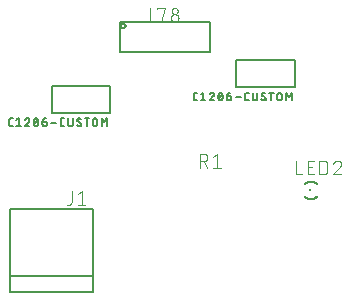
<source format=gbr>
G04 EAGLE Gerber RS-274X export*
G75*
%MOMM*%
%FSLAX34Y34*%
%LPD*%
%INSilkscreen Top*%
%IPPOS*%
%AMOC8*
5,1,8,0,0,1.08239X$1,22.5*%
G01*
%ADD10C,0.127000*%
%ADD11C,0.101600*%
%ADD12C,0.010159*%
%ADD13R,0.200000X0.200000*%
%ADD14R,0.150000X0.250000*%
%ADD15C,0.203200*%
%ADD16C,0.152400*%


D10*
X40900Y92100D02*
X40900Y36100D01*
X40900Y22100D01*
X110900Y22100D01*
X110900Y36100D01*
X110900Y92100D01*
X40900Y92100D01*
X40900Y36100D02*
X110900Y36100D01*
D11*
X92628Y98504D02*
X92628Y107592D01*
X92627Y98504D02*
X92625Y98405D01*
X92619Y98305D01*
X92610Y98206D01*
X92597Y98108D01*
X92580Y98010D01*
X92559Y97912D01*
X92534Y97816D01*
X92506Y97721D01*
X92474Y97627D01*
X92439Y97534D01*
X92400Y97442D01*
X92357Y97352D01*
X92312Y97264D01*
X92262Y97177D01*
X92210Y97093D01*
X92154Y97010D01*
X92096Y96930D01*
X92034Y96852D01*
X91969Y96777D01*
X91901Y96704D01*
X91831Y96634D01*
X91758Y96566D01*
X91683Y96501D01*
X91605Y96439D01*
X91525Y96381D01*
X91442Y96325D01*
X91358Y96273D01*
X91271Y96223D01*
X91183Y96178D01*
X91093Y96135D01*
X91001Y96096D01*
X90908Y96061D01*
X90814Y96029D01*
X90719Y96001D01*
X90623Y95976D01*
X90525Y95955D01*
X90427Y95938D01*
X90329Y95925D01*
X90230Y95916D01*
X90130Y95910D01*
X90031Y95908D01*
X88733Y95908D01*
X97901Y104996D02*
X101146Y107592D01*
X101146Y95908D01*
X97901Y95908D02*
X104392Y95908D01*
D12*
X289097Y103255D02*
X289773Y103870D01*
X289889Y103747D01*
X290008Y103626D01*
X290131Y103509D01*
X290256Y103395D01*
X290383Y103284D01*
X290514Y103175D01*
X290647Y103071D01*
X290782Y102969D01*
X290920Y102871D01*
X291061Y102776D01*
X291203Y102684D01*
X291348Y102596D01*
X291495Y102512D01*
X291643Y102431D01*
X291794Y102353D01*
X291947Y102280D01*
X292101Y102210D01*
X292257Y102144D01*
X292415Y102082D01*
X292574Y102023D01*
X292734Y101969D01*
X292896Y101918D01*
X293059Y101871D01*
X293223Y101829D01*
X293387Y101790D01*
X293553Y101755D01*
X293720Y101725D01*
X293887Y101698D01*
X294055Y101675D01*
X294223Y101657D01*
X294392Y101643D01*
X294561Y101632D01*
X294731Y101626D01*
X294900Y101624D01*
X295069Y101626D01*
X295239Y101632D01*
X295408Y101643D01*
X295577Y101657D01*
X295745Y101675D01*
X295913Y101698D01*
X296080Y101725D01*
X296247Y101755D01*
X296413Y101790D01*
X296577Y101829D01*
X296741Y101871D01*
X296904Y101918D01*
X297066Y101969D01*
X297226Y102023D01*
X297385Y102082D01*
X297543Y102144D01*
X297699Y102210D01*
X297853Y102280D01*
X298006Y102353D01*
X298157Y102431D01*
X298305Y102512D01*
X298452Y102596D01*
X298597Y102684D01*
X298739Y102776D01*
X298880Y102871D01*
X299018Y102969D01*
X299153Y103071D01*
X299286Y103175D01*
X299417Y103284D01*
X299544Y103395D01*
X299669Y103509D01*
X299792Y103626D01*
X299911Y103747D01*
X300027Y103870D01*
X300703Y103255D01*
X300704Y103255D01*
X300572Y103115D01*
X300437Y102979D01*
X300299Y102846D01*
X300157Y102717D01*
X300013Y102591D01*
X299865Y102468D01*
X299715Y102349D01*
X299561Y102234D01*
X299405Y102123D01*
X299246Y102015D01*
X299085Y101911D01*
X298921Y101812D01*
X298755Y101716D01*
X298587Y101624D01*
X298416Y101537D01*
X298243Y101453D01*
X298069Y101374D01*
X297892Y101299D01*
X297714Y101229D01*
X297534Y101163D01*
X297352Y101101D01*
X297169Y101043D01*
X296985Y100990D01*
X296799Y100942D01*
X296612Y100898D01*
X296425Y100859D01*
X296236Y100824D01*
X296047Y100794D01*
X295857Y100768D01*
X295666Y100747D01*
X295475Y100731D01*
X295283Y100719D01*
X295092Y100712D01*
X294900Y100710D01*
X294708Y100712D01*
X294517Y100719D01*
X294325Y100731D01*
X294134Y100747D01*
X293943Y100768D01*
X293753Y100794D01*
X293564Y100824D01*
X293375Y100859D01*
X293188Y100898D01*
X293001Y100942D01*
X292815Y100990D01*
X292631Y101043D01*
X292448Y101101D01*
X292266Y101163D01*
X292086Y101229D01*
X291908Y101299D01*
X291731Y101374D01*
X291557Y101453D01*
X291384Y101537D01*
X291213Y101624D01*
X291045Y101716D01*
X290879Y101812D01*
X290715Y101911D01*
X290554Y102015D01*
X290395Y102123D01*
X290239Y102234D01*
X290085Y102349D01*
X289935Y102468D01*
X289787Y102591D01*
X289643Y102717D01*
X289501Y102846D01*
X289363Y102979D01*
X289228Y103115D01*
X289096Y103255D01*
X289167Y103320D01*
X289297Y103182D01*
X289431Y103047D01*
X289567Y102916D01*
X289707Y102788D01*
X289850Y102664D01*
X289996Y102543D01*
X290144Y102425D01*
X290296Y102311D01*
X290450Y102201D01*
X290607Y102095D01*
X290766Y101993D01*
X290928Y101894D01*
X291092Y101800D01*
X291259Y101709D01*
X291427Y101623D01*
X291598Y101540D01*
X291770Y101462D01*
X291945Y101388D01*
X292121Y101318D01*
X292299Y101253D01*
X292478Y101192D01*
X292659Y101135D01*
X292841Y101083D01*
X293024Y101035D01*
X293209Y100992D01*
X293394Y100953D01*
X293580Y100919D01*
X293767Y100889D01*
X293955Y100863D01*
X294143Y100843D01*
X294332Y100827D01*
X294521Y100815D01*
X294711Y100808D01*
X294900Y100806D01*
X295089Y100808D01*
X295279Y100815D01*
X295468Y100827D01*
X295657Y100843D01*
X295845Y100863D01*
X296033Y100889D01*
X296220Y100919D01*
X296406Y100953D01*
X296591Y100992D01*
X296776Y101035D01*
X296959Y101083D01*
X297141Y101135D01*
X297322Y101192D01*
X297501Y101253D01*
X297679Y101318D01*
X297855Y101388D01*
X298030Y101462D01*
X298202Y101540D01*
X298373Y101623D01*
X298541Y101709D01*
X298708Y101800D01*
X298872Y101894D01*
X299034Y101993D01*
X299193Y102095D01*
X299350Y102201D01*
X299504Y102311D01*
X299656Y102425D01*
X299804Y102543D01*
X299950Y102664D01*
X300093Y102788D01*
X300233Y102916D01*
X300369Y103047D01*
X300503Y103182D01*
X300633Y103320D01*
X300562Y103384D01*
X300433Y103248D01*
X300302Y103115D01*
X300167Y102986D01*
X300029Y102859D01*
X299888Y102736D01*
X299744Y102617D01*
X299597Y102501D01*
X299447Y102389D01*
X299295Y102280D01*
X299140Y102175D01*
X298983Y102074D01*
X298823Y101976D01*
X298661Y101883D01*
X298496Y101794D01*
X298330Y101708D01*
X298161Y101627D01*
X297991Y101550D01*
X297819Y101477D01*
X297645Y101408D01*
X297469Y101343D01*
X297292Y101283D01*
X297113Y101227D01*
X296934Y101175D01*
X296753Y101128D01*
X296570Y101085D01*
X296387Y101047D01*
X296203Y101013D01*
X296019Y100984D01*
X295833Y100959D01*
X295647Y100938D01*
X295461Y100922D01*
X295274Y100911D01*
X295087Y100904D01*
X294900Y100902D01*
X294713Y100904D01*
X294526Y100911D01*
X294339Y100922D01*
X294153Y100938D01*
X293967Y100959D01*
X293781Y100984D01*
X293597Y101013D01*
X293413Y101047D01*
X293230Y101085D01*
X293047Y101128D01*
X292866Y101175D01*
X292687Y101227D01*
X292508Y101283D01*
X292331Y101343D01*
X292155Y101408D01*
X291981Y101477D01*
X291809Y101550D01*
X291639Y101627D01*
X291470Y101708D01*
X291304Y101794D01*
X291139Y101883D01*
X290977Y101976D01*
X290817Y102074D01*
X290660Y102175D01*
X290505Y102280D01*
X290353Y102389D01*
X290203Y102501D01*
X290056Y102617D01*
X289912Y102736D01*
X289771Y102859D01*
X289633Y102986D01*
X289498Y103115D01*
X289367Y103248D01*
X289238Y103384D01*
X289309Y103449D01*
X289436Y103314D01*
X289566Y103183D01*
X289699Y103055D01*
X289836Y102930D01*
X289975Y102809D01*
X290117Y102691D01*
X290262Y102577D01*
X290410Y102466D01*
X290560Y102358D01*
X290713Y102255D01*
X290869Y102155D01*
X291026Y102059D01*
X291187Y101967D01*
X291349Y101878D01*
X291513Y101794D01*
X291680Y101714D01*
X291848Y101638D01*
X292018Y101565D01*
X292190Y101498D01*
X292363Y101434D01*
X292538Y101374D01*
X292714Y101319D01*
X292892Y101268D01*
X293071Y101221D01*
X293251Y101179D01*
X293431Y101141D01*
X293613Y101108D01*
X293795Y101079D01*
X293979Y101054D01*
X294162Y101034D01*
X294346Y101018D01*
X294531Y101007D01*
X294715Y101000D01*
X294900Y100998D01*
X295085Y101000D01*
X295269Y101007D01*
X295454Y101018D01*
X295638Y101034D01*
X295821Y101054D01*
X296005Y101079D01*
X296187Y101108D01*
X296369Y101141D01*
X296549Y101179D01*
X296729Y101221D01*
X296908Y101268D01*
X297086Y101319D01*
X297262Y101374D01*
X297437Y101434D01*
X297610Y101498D01*
X297782Y101565D01*
X297952Y101638D01*
X298120Y101714D01*
X298287Y101794D01*
X298451Y101878D01*
X298613Y101967D01*
X298774Y102059D01*
X298931Y102155D01*
X299087Y102255D01*
X299240Y102358D01*
X299390Y102466D01*
X299538Y102577D01*
X299683Y102691D01*
X299825Y102809D01*
X299964Y102930D01*
X300101Y103055D01*
X300234Y103183D01*
X300364Y103314D01*
X300491Y103449D01*
X300420Y103513D01*
X300294Y103381D01*
X300166Y103251D01*
X300034Y103125D01*
X299900Y103002D01*
X299762Y102882D01*
X299622Y102765D01*
X299479Y102652D01*
X299333Y102543D01*
X299184Y102437D01*
X299033Y102335D01*
X298880Y102236D01*
X298724Y102141D01*
X298566Y102050D01*
X298406Y101963D01*
X298244Y101880D01*
X298079Y101801D01*
X297913Y101725D01*
X297745Y101654D01*
X297576Y101587D01*
X297405Y101524D01*
X297232Y101465D01*
X297058Y101411D01*
X296883Y101361D01*
X296706Y101315D01*
X296528Y101273D01*
X296350Y101235D01*
X296171Y101202D01*
X295990Y101174D01*
X295810Y101149D01*
X295628Y101129D01*
X295447Y101114D01*
X295265Y101103D01*
X295082Y101096D01*
X294900Y101094D01*
X294718Y101096D01*
X294535Y101103D01*
X294353Y101114D01*
X294172Y101129D01*
X293990Y101149D01*
X293810Y101174D01*
X293629Y101202D01*
X293450Y101235D01*
X293272Y101273D01*
X293094Y101315D01*
X292917Y101361D01*
X292742Y101411D01*
X292568Y101465D01*
X292395Y101524D01*
X292224Y101587D01*
X292055Y101654D01*
X291887Y101725D01*
X291721Y101801D01*
X291556Y101880D01*
X291394Y101963D01*
X291234Y102050D01*
X291076Y102141D01*
X290920Y102236D01*
X290767Y102335D01*
X290616Y102437D01*
X290467Y102543D01*
X290321Y102652D01*
X290178Y102765D01*
X290038Y102882D01*
X289900Y103002D01*
X289766Y103125D01*
X289634Y103251D01*
X289506Y103381D01*
X289380Y103513D01*
X289451Y103578D01*
X289575Y103447D01*
X289702Y103319D01*
X289832Y103194D01*
X289965Y103073D01*
X290100Y102955D01*
X290239Y102840D01*
X290380Y102728D01*
X290524Y102620D01*
X290671Y102515D01*
X290820Y102415D01*
X290971Y102317D01*
X291125Y102224D01*
X291281Y102134D01*
X291439Y102048D01*
X291599Y101966D01*
X291762Y101887D01*
X291926Y101813D01*
X292091Y101743D01*
X292259Y101677D01*
X292428Y101615D01*
X292598Y101557D01*
X292770Y101503D01*
X292943Y101453D01*
X293117Y101408D01*
X293293Y101366D01*
X293469Y101330D01*
X293646Y101297D01*
X293824Y101269D01*
X294002Y101245D01*
X294181Y101225D01*
X294360Y101210D01*
X294540Y101199D01*
X294720Y101192D01*
X294900Y101190D01*
X295080Y101192D01*
X295260Y101199D01*
X295440Y101210D01*
X295619Y101225D01*
X295798Y101245D01*
X295976Y101269D01*
X296154Y101297D01*
X296331Y101330D01*
X296507Y101366D01*
X296683Y101408D01*
X296857Y101453D01*
X297030Y101503D01*
X297202Y101557D01*
X297372Y101615D01*
X297541Y101677D01*
X297709Y101743D01*
X297874Y101813D01*
X298038Y101887D01*
X298201Y101966D01*
X298361Y102048D01*
X298519Y102134D01*
X298675Y102224D01*
X298829Y102317D01*
X298980Y102415D01*
X299129Y102515D01*
X299276Y102620D01*
X299420Y102728D01*
X299561Y102840D01*
X299700Y102955D01*
X299835Y103073D01*
X299968Y103194D01*
X300098Y103319D01*
X300225Y103447D01*
X300349Y103578D01*
X300277Y103642D01*
X300155Y103513D01*
X300030Y103387D01*
X299902Y103264D01*
X299771Y103144D01*
X299637Y103027D01*
X299500Y102914D01*
X299361Y102804D01*
X299219Y102697D01*
X299074Y102594D01*
X298927Y102494D01*
X298777Y102398D01*
X298626Y102306D01*
X298472Y102217D01*
X298316Y102133D01*
X298157Y102051D01*
X297997Y101974D01*
X297836Y101901D01*
X297672Y101832D01*
X297507Y101766D01*
X297340Y101705D01*
X297172Y101648D01*
X297002Y101595D01*
X296831Y101546D01*
X296659Y101501D01*
X296486Y101460D01*
X296313Y101424D01*
X296138Y101392D01*
X295962Y101364D01*
X295786Y101340D01*
X295610Y101321D01*
X295433Y101305D01*
X295255Y101295D01*
X295078Y101288D01*
X294900Y101286D01*
X294722Y101288D01*
X294545Y101295D01*
X294367Y101305D01*
X294190Y101321D01*
X294014Y101340D01*
X293838Y101364D01*
X293662Y101392D01*
X293487Y101424D01*
X293314Y101460D01*
X293141Y101501D01*
X292969Y101546D01*
X292798Y101595D01*
X292628Y101648D01*
X292460Y101705D01*
X292293Y101766D01*
X292128Y101832D01*
X291964Y101901D01*
X291803Y101974D01*
X291643Y102051D01*
X291484Y102133D01*
X291328Y102217D01*
X291174Y102306D01*
X291023Y102398D01*
X290873Y102494D01*
X290726Y102594D01*
X290581Y102697D01*
X290439Y102804D01*
X290300Y102914D01*
X290163Y103027D01*
X290029Y103144D01*
X289898Y103264D01*
X289770Y103387D01*
X289645Y103513D01*
X289523Y103642D01*
X289594Y103707D01*
X289714Y103580D01*
X289837Y103455D01*
X289964Y103334D01*
X290093Y103215D01*
X290225Y103100D01*
X290360Y102988D01*
X290498Y102880D01*
X290638Y102774D01*
X290781Y102673D01*
X290926Y102574D01*
X291074Y102480D01*
X291224Y102388D01*
X291376Y102301D01*
X291530Y102217D01*
X291686Y102137D01*
X291844Y102061D01*
X292003Y101989D01*
X292165Y101920D01*
X292328Y101856D01*
X292492Y101795D01*
X292658Y101739D01*
X292826Y101686D01*
X292994Y101638D01*
X293164Y101594D01*
X293335Y101554D01*
X293506Y101518D01*
X293679Y101486D01*
X293852Y101459D01*
X294025Y101435D01*
X294200Y101416D01*
X294374Y101401D01*
X294549Y101391D01*
X294725Y101384D01*
X294900Y101382D01*
X295075Y101384D01*
X295251Y101391D01*
X295426Y101401D01*
X295600Y101416D01*
X295775Y101435D01*
X295948Y101459D01*
X296121Y101486D01*
X296294Y101518D01*
X296465Y101554D01*
X296636Y101594D01*
X296806Y101638D01*
X296974Y101686D01*
X297142Y101739D01*
X297308Y101795D01*
X297472Y101856D01*
X297635Y101920D01*
X297797Y101989D01*
X297956Y102061D01*
X298114Y102137D01*
X298270Y102217D01*
X298424Y102301D01*
X298576Y102388D01*
X298726Y102480D01*
X298874Y102574D01*
X299019Y102673D01*
X299162Y102774D01*
X299302Y102880D01*
X299440Y102988D01*
X299575Y103100D01*
X299707Y103215D01*
X299836Y103334D01*
X299963Y103455D01*
X300086Y103580D01*
X300206Y103707D01*
X300135Y103772D01*
X300017Y103646D01*
X299895Y103523D01*
X299770Y103403D01*
X299642Y103287D01*
X299512Y103173D01*
X299379Y103063D01*
X299243Y102955D01*
X299105Y102852D01*
X298964Y102751D01*
X298820Y102654D01*
X298675Y102561D01*
X298527Y102471D01*
X298377Y102385D01*
X298225Y102302D01*
X298071Y102223D01*
X297915Y102148D01*
X297758Y102077D01*
X297599Y102009D01*
X297438Y101945D01*
X297275Y101886D01*
X297112Y101830D01*
X296947Y101778D01*
X296780Y101731D01*
X296613Y101687D01*
X296444Y101647D01*
X296275Y101612D01*
X296105Y101581D01*
X295934Y101553D01*
X295763Y101530D01*
X295591Y101512D01*
X295418Y101497D01*
X295246Y101486D01*
X295073Y101480D01*
X294900Y101478D01*
X294727Y101480D01*
X294554Y101486D01*
X294382Y101497D01*
X294209Y101512D01*
X294037Y101530D01*
X293866Y101553D01*
X293695Y101581D01*
X293525Y101612D01*
X293356Y101647D01*
X293187Y101687D01*
X293020Y101731D01*
X292853Y101778D01*
X292688Y101830D01*
X292525Y101886D01*
X292362Y101945D01*
X292201Y102009D01*
X292042Y102077D01*
X291885Y102148D01*
X291729Y102223D01*
X291575Y102302D01*
X291423Y102385D01*
X291273Y102471D01*
X291125Y102561D01*
X290980Y102654D01*
X290836Y102751D01*
X290695Y102852D01*
X290557Y102955D01*
X290421Y103063D01*
X290288Y103173D01*
X290158Y103287D01*
X290030Y103403D01*
X289905Y103523D01*
X289783Y103646D01*
X289665Y103772D01*
X289736Y103836D01*
X289853Y103712D01*
X289973Y103591D01*
X290096Y103473D01*
X290222Y103358D01*
X290351Y103246D01*
X290482Y103137D01*
X290616Y103031D01*
X290753Y102929D01*
X290891Y102830D01*
X291033Y102734D01*
X291176Y102642D01*
X291322Y102553D01*
X291470Y102468D01*
X291620Y102387D01*
X291772Y102309D01*
X291925Y102235D01*
X292081Y102164D01*
X292238Y102098D01*
X292397Y102035D01*
X292557Y101976D01*
X292718Y101921D01*
X292881Y101870D01*
X293045Y101823D01*
X293210Y101780D01*
X293377Y101741D01*
X293544Y101706D01*
X293711Y101675D01*
X293880Y101648D01*
X294049Y101626D01*
X294219Y101607D01*
X294389Y101593D01*
X294559Y101582D01*
X294729Y101576D01*
X294900Y101574D01*
X295071Y101576D01*
X295241Y101582D01*
X295411Y101593D01*
X295581Y101607D01*
X295751Y101626D01*
X295920Y101648D01*
X296089Y101675D01*
X296256Y101706D01*
X296423Y101741D01*
X296590Y101780D01*
X296755Y101823D01*
X296919Y101870D01*
X297082Y101921D01*
X297243Y101976D01*
X297403Y102035D01*
X297562Y102098D01*
X297719Y102164D01*
X297875Y102235D01*
X298028Y102309D01*
X298180Y102387D01*
X298330Y102468D01*
X298478Y102553D01*
X298624Y102642D01*
X298767Y102734D01*
X298909Y102830D01*
X299047Y102929D01*
X299184Y103031D01*
X299318Y103137D01*
X299449Y103246D01*
X299578Y103358D01*
X299704Y103473D01*
X299827Y103591D01*
X299947Y103712D01*
X300064Y103836D01*
X300703Y113945D02*
X300027Y113330D01*
X299911Y113453D01*
X299792Y113574D01*
X299669Y113691D01*
X299544Y113805D01*
X299417Y113916D01*
X299286Y114025D01*
X299153Y114129D01*
X299018Y114231D01*
X298880Y114329D01*
X298739Y114424D01*
X298597Y114516D01*
X298452Y114604D01*
X298305Y114688D01*
X298157Y114769D01*
X298006Y114847D01*
X297853Y114920D01*
X297699Y114990D01*
X297543Y115056D01*
X297385Y115118D01*
X297226Y115177D01*
X297066Y115231D01*
X296904Y115282D01*
X296741Y115329D01*
X296577Y115371D01*
X296413Y115410D01*
X296247Y115445D01*
X296080Y115475D01*
X295913Y115502D01*
X295745Y115525D01*
X295577Y115543D01*
X295408Y115557D01*
X295239Y115568D01*
X295069Y115574D01*
X294900Y115576D01*
X294731Y115574D01*
X294561Y115568D01*
X294392Y115557D01*
X294223Y115543D01*
X294055Y115525D01*
X293887Y115502D01*
X293720Y115475D01*
X293553Y115445D01*
X293387Y115410D01*
X293223Y115371D01*
X293059Y115329D01*
X292896Y115282D01*
X292734Y115231D01*
X292574Y115177D01*
X292415Y115118D01*
X292257Y115056D01*
X292101Y114990D01*
X291947Y114920D01*
X291794Y114847D01*
X291643Y114769D01*
X291495Y114688D01*
X291348Y114604D01*
X291203Y114516D01*
X291061Y114424D01*
X290920Y114329D01*
X290782Y114231D01*
X290647Y114129D01*
X290514Y114025D01*
X290383Y113916D01*
X290256Y113805D01*
X290131Y113691D01*
X290008Y113574D01*
X289889Y113453D01*
X289773Y113330D01*
X289097Y113945D01*
X289096Y113945D01*
X289228Y114085D01*
X289363Y114221D01*
X289501Y114354D01*
X289643Y114483D01*
X289787Y114609D01*
X289935Y114732D01*
X290085Y114851D01*
X290239Y114966D01*
X290395Y115077D01*
X290554Y115185D01*
X290715Y115289D01*
X290879Y115388D01*
X291045Y115484D01*
X291213Y115576D01*
X291384Y115663D01*
X291557Y115747D01*
X291731Y115826D01*
X291908Y115901D01*
X292086Y115971D01*
X292266Y116037D01*
X292448Y116099D01*
X292631Y116157D01*
X292815Y116210D01*
X293001Y116258D01*
X293188Y116302D01*
X293375Y116341D01*
X293564Y116376D01*
X293753Y116406D01*
X293943Y116432D01*
X294134Y116453D01*
X294325Y116469D01*
X294517Y116481D01*
X294708Y116488D01*
X294900Y116490D01*
X295092Y116488D01*
X295283Y116481D01*
X295475Y116469D01*
X295666Y116453D01*
X295857Y116432D01*
X296047Y116406D01*
X296236Y116376D01*
X296425Y116341D01*
X296612Y116302D01*
X296799Y116258D01*
X296985Y116210D01*
X297169Y116157D01*
X297352Y116099D01*
X297534Y116037D01*
X297714Y115971D01*
X297892Y115901D01*
X298069Y115826D01*
X298243Y115747D01*
X298416Y115663D01*
X298587Y115576D01*
X298755Y115484D01*
X298921Y115388D01*
X299085Y115289D01*
X299246Y115185D01*
X299405Y115077D01*
X299561Y114966D01*
X299715Y114851D01*
X299865Y114732D01*
X300013Y114609D01*
X300157Y114483D01*
X300299Y114354D01*
X300437Y114221D01*
X300572Y114085D01*
X300704Y113945D01*
X300633Y113880D01*
X300503Y114018D01*
X300369Y114153D01*
X300233Y114284D01*
X300093Y114412D01*
X299950Y114536D01*
X299804Y114657D01*
X299656Y114775D01*
X299504Y114889D01*
X299350Y114999D01*
X299193Y115105D01*
X299034Y115207D01*
X298872Y115306D01*
X298708Y115400D01*
X298541Y115491D01*
X298373Y115577D01*
X298202Y115660D01*
X298030Y115738D01*
X297855Y115812D01*
X297679Y115882D01*
X297501Y115947D01*
X297322Y116008D01*
X297141Y116065D01*
X296959Y116117D01*
X296776Y116165D01*
X296591Y116208D01*
X296406Y116247D01*
X296220Y116281D01*
X296033Y116311D01*
X295845Y116337D01*
X295657Y116357D01*
X295468Y116373D01*
X295279Y116385D01*
X295089Y116392D01*
X294900Y116394D01*
X294711Y116392D01*
X294521Y116385D01*
X294332Y116373D01*
X294143Y116357D01*
X293955Y116337D01*
X293767Y116311D01*
X293580Y116281D01*
X293394Y116247D01*
X293209Y116208D01*
X293024Y116165D01*
X292841Y116117D01*
X292659Y116065D01*
X292478Y116008D01*
X292299Y115947D01*
X292121Y115882D01*
X291945Y115812D01*
X291770Y115738D01*
X291598Y115660D01*
X291427Y115577D01*
X291259Y115491D01*
X291092Y115400D01*
X290928Y115306D01*
X290766Y115207D01*
X290607Y115105D01*
X290450Y114999D01*
X290296Y114889D01*
X290144Y114775D01*
X289996Y114657D01*
X289850Y114536D01*
X289707Y114412D01*
X289567Y114284D01*
X289431Y114153D01*
X289297Y114018D01*
X289167Y113880D01*
X289238Y113816D01*
X289367Y113952D01*
X289498Y114085D01*
X289633Y114214D01*
X289771Y114341D01*
X289912Y114464D01*
X290056Y114583D01*
X290203Y114699D01*
X290353Y114811D01*
X290505Y114920D01*
X290660Y115025D01*
X290817Y115126D01*
X290977Y115224D01*
X291139Y115317D01*
X291304Y115406D01*
X291470Y115492D01*
X291639Y115573D01*
X291809Y115650D01*
X291981Y115723D01*
X292155Y115792D01*
X292331Y115857D01*
X292508Y115917D01*
X292687Y115973D01*
X292866Y116025D01*
X293047Y116072D01*
X293230Y116115D01*
X293413Y116153D01*
X293597Y116187D01*
X293781Y116216D01*
X293967Y116241D01*
X294153Y116262D01*
X294339Y116278D01*
X294526Y116289D01*
X294713Y116296D01*
X294900Y116298D01*
X295087Y116296D01*
X295274Y116289D01*
X295461Y116278D01*
X295647Y116262D01*
X295833Y116241D01*
X296019Y116216D01*
X296203Y116187D01*
X296387Y116153D01*
X296570Y116115D01*
X296753Y116072D01*
X296934Y116025D01*
X297113Y115973D01*
X297292Y115917D01*
X297469Y115857D01*
X297645Y115792D01*
X297819Y115723D01*
X297991Y115650D01*
X298161Y115573D01*
X298330Y115492D01*
X298496Y115406D01*
X298661Y115317D01*
X298823Y115224D01*
X298983Y115126D01*
X299140Y115025D01*
X299295Y114920D01*
X299447Y114811D01*
X299597Y114699D01*
X299744Y114583D01*
X299888Y114464D01*
X300029Y114341D01*
X300167Y114214D01*
X300302Y114085D01*
X300433Y113952D01*
X300562Y113816D01*
X300491Y113751D01*
X300364Y113886D01*
X300234Y114017D01*
X300101Y114145D01*
X299964Y114270D01*
X299825Y114391D01*
X299683Y114509D01*
X299538Y114623D01*
X299390Y114734D01*
X299240Y114842D01*
X299087Y114945D01*
X298931Y115045D01*
X298774Y115141D01*
X298613Y115233D01*
X298451Y115322D01*
X298287Y115406D01*
X298120Y115486D01*
X297952Y115562D01*
X297782Y115635D01*
X297610Y115702D01*
X297437Y115766D01*
X297262Y115826D01*
X297086Y115881D01*
X296908Y115932D01*
X296729Y115979D01*
X296549Y116021D01*
X296369Y116059D01*
X296187Y116092D01*
X296005Y116121D01*
X295821Y116146D01*
X295638Y116166D01*
X295454Y116182D01*
X295269Y116193D01*
X295085Y116200D01*
X294900Y116202D01*
X294715Y116200D01*
X294531Y116193D01*
X294346Y116182D01*
X294162Y116166D01*
X293979Y116146D01*
X293795Y116121D01*
X293613Y116092D01*
X293431Y116059D01*
X293251Y116021D01*
X293071Y115979D01*
X292892Y115932D01*
X292714Y115881D01*
X292538Y115826D01*
X292363Y115766D01*
X292190Y115702D01*
X292018Y115635D01*
X291848Y115562D01*
X291680Y115486D01*
X291513Y115406D01*
X291349Y115322D01*
X291187Y115233D01*
X291026Y115141D01*
X290869Y115045D01*
X290713Y114945D01*
X290560Y114842D01*
X290410Y114734D01*
X290262Y114623D01*
X290117Y114509D01*
X289975Y114391D01*
X289836Y114270D01*
X289699Y114145D01*
X289566Y114017D01*
X289436Y113886D01*
X289309Y113751D01*
X289380Y113687D01*
X289506Y113819D01*
X289634Y113949D01*
X289766Y114075D01*
X289900Y114198D01*
X290038Y114318D01*
X290178Y114435D01*
X290321Y114548D01*
X290467Y114657D01*
X290616Y114763D01*
X290767Y114865D01*
X290920Y114964D01*
X291076Y115059D01*
X291234Y115150D01*
X291394Y115237D01*
X291556Y115320D01*
X291721Y115399D01*
X291887Y115475D01*
X292055Y115546D01*
X292224Y115613D01*
X292395Y115676D01*
X292568Y115735D01*
X292742Y115789D01*
X292917Y115839D01*
X293094Y115885D01*
X293272Y115927D01*
X293450Y115965D01*
X293629Y115998D01*
X293810Y116026D01*
X293990Y116051D01*
X294172Y116071D01*
X294353Y116086D01*
X294535Y116097D01*
X294718Y116104D01*
X294900Y116106D01*
X295082Y116104D01*
X295265Y116097D01*
X295447Y116086D01*
X295628Y116071D01*
X295810Y116051D01*
X295990Y116026D01*
X296171Y115998D01*
X296350Y115965D01*
X296528Y115927D01*
X296706Y115885D01*
X296883Y115839D01*
X297058Y115789D01*
X297232Y115735D01*
X297405Y115676D01*
X297576Y115613D01*
X297745Y115546D01*
X297913Y115475D01*
X298079Y115399D01*
X298244Y115320D01*
X298406Y115237D01*
X298566Y115150D01*
X298724Y115059D01*
X298880Y114964D01*
X299033Y114865D01*
X299184Y114763D01*
X299333Y114657D01*
X299479Y114548D01*
X299622Y114435D01*
X299762Y114318D01*
X299900Y114198D01*
X300034Y114075D01*
X300166Y113949D01*
X300294Y113819D01*
X300420Y113687D01*
X300349Y113622D01*
X300225Y113753D01*
X300098Y113881D01*
X299968Y114006D01*
X299835Y114127D01*
X299700Y114245D01*
X299561Y114360D01*
X299420Y114472D01*
X299276Y114580D01*
X299129Y114685D01*
X298980Y114785D01*
X298829Y114883D01*
X298675Y114976D01*
X298519Y115066D01*
X298361Y115152D01*
X298201Y115234D01*
X298038Y115313D01*
X297874Y115387D01*
X297709Y115457D01*
X297541Y115523D01*
X297372Y115585D01*
X297202Y115643D01*
X297030Y115697D01*
X296857Y115747D01*
X296683Y115792D01*
X296507Y115834D01*
X296331Y115870D01*
X296154Y115903D01*
X295976Y115931D01*
X295798Y115955D01*
X295619Y115975D01*
X295440Y115990D01*
X295260Y116001D01*
X295080Y116008D01*
X294900Y116010D01*
X294720Y116008D01*
X294540Y116001D01*
X294360Y115990D01*
X294181Y115975D01*
X294002Y115955D01*
X293824Y115931D01*
X293646Y115903D01*
X293469Y115870D01*
X293293Y115834D01*
X293117Y115792D01*
X292943Y115747D01*
X292770Y115697D01*
X292598Y115643D01*
X292428Y115585D01*
X292259Y115523D01*
X292091Y115457D01*
X291926Y115387D01*
X291762Y115313D01*
X291599Y115234D01*
X291439Y115152D01*
X291281Y115066D01*
X291125Y114976D01*
X290971Y114883D01*
X290820Y114785D01*
X290671Y114685D01*
X290524Y114580D01*
X290380Y114472D01*
X290239Y114360D01*
X290100Y114245D01*
X289965Y114127D01*
X289832Y114006D01*
X289702Y113881D01*
X289575Y113753D01*
X289451Y113622D01*
X289523Y113558D01*
X289645Y113687D01*
X289770Y113813D01*
X289898Y113936D01*
X290029Y114056D01*
X290163Y114173D01*
X290300Y114286D01*
X290439Y114396D01*
X290581Y114503D01*
X290726Y114606D01*
X290873Y114706D01*
X291023Y114802D01*
X291174Y114894D01*
X291328Y114983D01*
X291484Y115067D01*
X291643Y115149D01*
X291803Y115226D01*
X291964Y115299D01*
X292128Y115368D01*
X292293Y115434D01*
X292460Y115495D01*
X292628Y115552D01*
X292798Y115605D01*
X292969Y115654D01*
X293141Y115699D01*
X293314Y115740D01*
X293487Y115776D01*
X293662Y115808D01*
X293838Y115836D01*
X294014Y115860D01*
X294190Y115879D01*
X294367Y115895D01*
X294545Y115905D01*
X294722Y115912D01*
X294900Y115914D01*
X295078Y115912D01*
X295255Y115905D01*
X295433Y115895D01*
X295610Y115879D01*
X295786Y115860D01*
X295962Y115836D01*
X296138Y115808D01*
X296313Y115776D01*
X296486Y115740D01*
X296659Y115699D01*
X296831Y115654D01*
X297002Y115605D01*
X297172Y115552D01*
X297340Y115495D01*
X297507Y115434D01*
X297672Y115368D01*
X297836Y115299D01*
X297997Y115226D01*
X298157Y115149D01*
X298316Y115067D01*
X298472Y114983D01*
X298626Y114894D01*
X298777Y114802D01*
X298927Y114706D01*
X299074Y114606D01*
X299219Y114503D01*
X299361Y114396D01*
X299500Y114286D01*
X299637Y114173D01*
X299771Y114056D01*
X299902Y113936D01*
X300030Y113813D01*
X300155Y113687D01*
X300277Y113558D01*
X300206Y113493D01*
X300086Y113620D01*
X299963Y113745D01*
X299836Y113866D01*
X299707Y113985D01*
X299575Y114100D01*
X299440Y114212D01*
X299302Y114320D01*
X299162Y114426D01*
X299019Y114527D01*
X298874Y114626D01*
X298726Y114720D01*
X298576Y114812D01*
X298424Y114899D01*
X298270Y114983D01*
X298114Y115063D01*
X297956Y115139D01*
X297797Y115211D01*
X297635Y115280D01*
X297472Y115344D01*
X297308Y115405D01*
X297142Y115461D01*
X296974Y115514D01*
X296806Y115562D01*
X296636Y115606D01*
X296465Y115646D01*
X296294Y115682D01*
X296121Y115714D01*
X295948Y115741D01*
X295775Y115765D01*
X295600Y115784D01*
X295426Y115799D01*
X295251Y115809D01*
X295075Y115816D01*
X294900Y115818D01*
X294725Y115816D01*
X294549Y115809D01*
X294374Y115799D01*
X294200Y115784D01*
X294025Y115765D01*
X293852Y115741D01*
X293679Y115714D01*
X293506Y115682D01*
X293335Y115646D01*
X293164Y115606D01*
X292994Y115562D01*
X292826Y115514D01*
X292658Y115461D01*
X292492Y115405D01*
X292328Y115344D01*
X292165Y115280D01*
X292003Y115211D01*
X291844Y115139D01*
X291686Y115063D01*
X291530Y114983D01*
X291376Y114899D01*
X291224Y114812D01*
X291074Y114720D01*
X290926Y114626D01*
X290781Y114527D01*
X290638Y114426D01*
X290498Y114320D01*
X290360Y114212D01*
X290225Y114100D01*
X290093Y113985D01*
X289964Y113866D01*
X289837Y113745D01*
X289714Y113620D01*
X289594Y113493D01*
X289665Y113428D01*
X289783Y113554D01*
X289905Y113677D01*
X290030Y113797D01*
X290158Y113913D01*
X290288Y114027D01*
X290421Y114137D01*
X290557Y114245D01*
X290695Y114348D01*
X290836Y114449D01*
X290980Y114546D01*
X291125Y114639D01*
X291273Y114729D01*
X291423Y114815D01*
X291575Y114898D01*
X291729Y114977D01*
X291885Y115052D01*
X292042Y115123D01*
X292201Y115191D01*
X292362Y115255D01*
X292525Y115314D01*
X292688Y115370D01*
X292853Y115422D01*
X293020Y115469D01*
X293187Y115513D01*
X293356Y115553D01*
X293525Y115588D01*
X293695Y115619D01*
X293866Y115647D01*
X294037Y115670D01*
X294209Y115688D01*
X294382Y115703D01*
X294554Y115714D01*
X294727Y115720D01*
X294900Y115722D01*
X295073Y115720D01*
X295246Y115714D01*
X295418Y115703D01*
X295591Y115688D01*
X295763Y115670D01*
X295934Y115647D01*
X296105Y115619D01*
X296275Y115588D01*
X296444Y115553D01*
X296613Y115513D01*
X296780Y115469D01*
X296947Y115422D01*
X297112Y115370D01*
X297275Y115314D01*
X297438Y115255D01*
X297599Y115191D01*
X297758Y115123D01*
X297915Y115052D01*
X298071Y114977D01*
X298225Y114898D01*
X298377Y114815D01*
X298527Y114729D01*
X298675Y114639D01*
X298820Y114546D01*
X298964Y114449D01*
X299105Y114348D01*
X299243Y114245D01*
X299379Y114137D01*
X299512Y114027D01*
X299642Y113913D01*
X299770Y113797D01*
X299895Y113677D01*
X300017Y113554D01*
X300135Y113428D01*
X300064Y113364D01*
X299947Y113488D01*
X299827Y113609D01*
X299704Y113727D01*
X299578Y113842D01*
X299449Y113954D01*
X299318Y114063D01*
X299184Y114169D01*
X299047Y114271D01*
X298909Y114370D01*
X298767Y114466D01*
X298624Y114558D01*
X298478Y114647D01*
X298330Y114732D01*
X298180Y114813D01*
X298028Y114891D01*
X297875Y114965D01*
X297719Y115036D01*
X297562Y115102D01*
X297403Y115165D01*
X297243Y115224D01*
X297082Y115279D01*
X296919Y115330D01*
X296755Y115377D01*
X296590Y115420D01*
X296423Y115459D01*
X296256Y115494D01*
X296089Y115525D01*
X295920Y115552D01*
X295751Y115574D01*
X295581Y115593D01*
X295411Y115607D01*
X295241Y115618D01*
X295071Y115624D01*
X294900Y115626D01*
X294729Y115624D01*
X294559Y115618D01*
X294389Y115607D01*
X294219Y115593D01*
X294049Y115574D01*
X293880Y115552D01*
X293711Y115525D01*
X293544Y115494D01*
X293377Y115459D01*
X293210Y115420D01*
X293045Y115377D01*
X292881Y115330D01*
X292718Y115279D01*
X292557Y115224D01*
X292397Y115165D01*
X292238Y115102D01*
X292081Y115036D01*
X291925Y114965D01*
X291772Y114891D01*
X291620Y114813D01*
X291470Y114732D01*
X291322Y114647D01*
X291176Y114558D01*
X291033Y114466D01*
X290891Y114370D01*
X290753Y114271D01*
X290616Y114169D01*
X290482Y114063D01*
X290351Y113954D01*
X290222Y113842D01*
X290096Y113727D01*
X289973Y113609D01*
X289853Y113488D01*
X289736Y113364D01*
D13*
X294900Y108600D03*
D14*
X300150Y102850D03*
D11*
X282708Y121808D02*
X282708Y133492D01*
X282708Y121808D02*
X287901Y121808D01*
X292614Y121808D02*
X297807Y121808D01*
X292614Y121808D02*
X292614Y133492D01*
X297807Y133492D01*
X296509Y128299D02*
X292614Y128299D01*
X302497Y133492D02*
X302497Y121808D01*
X302497Y133492D02*
X305743Y133492D01*
X305856Y133490D01*
X305969Y133484D01*
X306082Y133474D01*
X306195Y133460D01*
X306307Y133443D01*
X306418Y133421D01*
X306528Y133396D01*
X306638Y133366D01*
X306746Y133333D01*
X306853Y133296D01*
X306959Y133256D01*
X307063Y133211D01*
X307166Y133163D01*
X307267Y133112D01*
X307366Y133057D01*
X307463Y132999D01*
X307558Y132937D01*
X307651Y132872D01*
X307741Y132804D01*
X307829Y132733D01*
X307915Y132658D01*
X307998Y132581D01*
X308078Y132501D01*
X308155Y132418D01*
X308230Y132332D01*
X308301Y132244D01*
X308369Y132154D01*
X308434Y132061D01*
X308496Y131966D01*
X308554Y131869D01*
X308609Y131770D01*
X308660Y131669D01*
X308708Y131566D01*
X308753Y131462D01*
X308793Y131356D01*
X308830Y131249D01*
X308863Y131141D01*
X308893Y131031D01*
X308918Y130921D01*
X308940Y130810D01*
X308957Y130698D01*
X308971Y130585D01*
X308981Y130472D01*
X308987Y130359D01*
X308989Y130246D01*
X308989Y125054D01*
X308987Y124941D01*
X308981Y124828D01*
X308971Y124715D01*
X308957Y124602D01*
X308940Y124490D01*
X308918Y124379D01*
X308893Y124269D01*
X308863Y124159D01*
X308830Y124051D01*
X308793Y123944D01*
X308753Y123838D01*
X308708Y123734D01*
X308660Y123631D01*
X308609Y123530D01*
X308554Y123431D01*
X308496Y123334D01*
X308434Y123239D01*
X308369Y123146D01*
X308301Y123056D01*
X308230Y122968D01*
X308155Y122882D01*
X308078Y122799D01*
X307998Y122719D01*
X307915Y122642D01*
X307829Y122567D01*
X307741Y122496D01*
X307651Y122428D01*
X307558Y122363D01*
X307463Y122301D01*
X307366Y122243D01*
X307267Y122188D01*
X307166Y122137D01*
X307063Y122089D01*
X306959Y122044D01*
X306853Y122004D01*
X306746Y121967D01*
X306638Y121934D01*
X306528Y121904D01*
X306418Y121879D01*
X306307Y121857D01*
X306195Y121840D01*
X306082Y121826D01*
X305969Y121816D01*
X305856Y121810D01*
X305743Y121808D01*
X302497Y121808D01*
X317878Y133492D02*
X317985Y133490D01*
X318091Y133484D01*
X318197Y133474D01*
X318303Y133461D01*
X318409Y133443D01*
X318513Y133422D01*
X318617Y133397D01*
X318720Y133368D01*
X318821Y133336D01*
X318921Y133299D01*
X319020Y133259D01*
X319118Y133216D01*
X319214Y133169D01*
X319308Y133118D01*
X319400Y133064D01*
X319490Y133007D01*
X319578Y132947D01*
X319663Y132883D01*
X319746Y132816D01*
X319827Y132746D01*
X319905Y132674D01*
X319981Y132598D01*
X320053Y132520D01*
X320123Y132439D01*
X320190Y132356D01*
X320254Y132271D01*
X320314Y132183D01*
X320371Y132093D01*
X320425Y132001D01*
X320476Y131907D01*
X320523Y131811D01*
X320566Y131713D01*
X320606Y131614D01*
X320643Y131514D01*
X320675Y131413D01*
X320704Y131310D01*
X320729Y131206D01*
X320750Y131102D01*
X320768Y130996D01*
X320781Y130890D01*
X320791Y130784D01*
X320797Y130678D01*
X320799Y130571D01*
X317878Y133492D02*
X317757Y133490D01*
X317636Y133484D01*
X317516Y133474D01*
X317395Y133461D01*
X317276Y133443D01*
X317156Y133422D01*
X317038Y133397D01*
X316921Y133368D01*
X316804Y133335D01*
X316689Y133299D01*
X316575Y133258D01*
X316462Y133215D01*
X316350Y133167D01*
X316241Y133116D01*
X316133Y133061D01*
X316026Y133003D01*
X315922Y132942D01*
X315820Y132877D01*
X315720Y132809D01*
X315622Y132738D01*
X315526Y132664D01*
X315433Y132587D01*
X315343Y132506D01*
X315255Y132423D01*
X315170Y132337D01*
X315087Y132248D01*
X315008Y132157D01*
X314931Y132063D01*
X314858Y131967D01*
X314788Y131869D01*
X314721Y131768D01*
X314657Y131665D01*
X314597Y131560D01*
X314540Y131453D01*
X314486Y131345D01*
X314436Y131235D01*
X314390Y131123D01*
X314347Y131010D01*
X314308Y130895D01*
X319826Y128299D02*
X319905Y128376D01*
X319981Y128457D01*
X320054Y128540D01*
X320124Y128625D01*
X320191Y128713D01*
X320255Y128803D01*
X320315Y128895D01*
X320372Y128990D01*
X320426Y129086D01*
X320477Y129184D01*
X320524Y129284D01*
X320568Y129386D01*
X320608Y129489D01*
X320644Y129593D01*
X320676Y129699D01*
X320705Y129805D01*
X320730Y129913D01*
X320752Y130021D01*
X320769Y130131D01*
X320783Y130240D01*
X320792Y130350D01*
X320798Y130461D01*
X320800Y130571D01*
X319826Y128299D02*
X314308Y121808D01*
X320799Y121808D01*
X201108Y127508D02*
X201108Y139192D01*
X204354Y139192D01*
X204467Y139190D01*
X204580Y139184D01*
X204693Y139174D01*
X204806Y139160D01*
X204918Y139143D01*
X205029Y139121D01*
X205139Y139096D01*
X205249Y139066D01*
X205357Y139033D01*
X205464Y138996D01*
X205570Y138956D01*
X205674Y138911D01*
X205777Y138863D01*
X205878Y138812D01*
X205977Y138757D01*
X206074Y138699D01*
X206169Y138637D01*
X206262Y138572D01*
X206352Y138504D01*
X206440Y138433D01*
X206526Y138358D01*
X206609Y138281D01*
X206689Y138201D01*
X206766Y138118D01*
X206841Y138032D01*
X206912Y137944D01*
X206980Y137854D01*
X207045Y137761D01*
X207107Y137666D01*
X207165Y137569D01*
X207220Y137470D01*
X207271Y137369D01*
X207319Y137266D01*
X207364Y137162D01*
X207404Y137056D01*
X207441Y136949D01*
X207474Y136841D01*
X207504Y136731D01*
X207529Y136621D01*
X207551Y136510D01*
X207568Y136398D01*
X207582Y136285D01*
X207592Y136172D01*
X207598Y136059D01*
X207600Y135946D01*
X207598Y135833D01*
X207592Y135720D01*
X207582Y135607D01*
X207568Y135494D01*
X207551Y135382D01*
X207529Y135271D01*
X207504Y135161D01*
X207474Y135051D01*
X207441Y134943D01*
X207404Y134836D01*
X207364Y134730D01*
X207319Y134626D01*
X207271Y134523D01*
X207220Y134422D01*
X207165Y134323D01*
X207107Y134226D01*
X207045Y134131D01*
X206980Y134038D01*
X206912Y133948D01*
X206841Y133860D01*
X206766Y133774D01*
X206689Y133691D01*
X206609Y133611D01*
X206526Y133534D01*
X206440Y133459D01*
X206352Y133388D01*
X206262Y133320D01*
X206169Y133255D01*
X206074Y133193D01*
X205977Y133135D01*
X205878Y133080D01*
X205777Y133029D01*
X205674Y132981D01*
X205570Y132936D01*
X205464Y132896D01*
X205357Y132859D01*
X205249Y132826D01*
X205139Y132796D01*
X205029Y132771D01*
X204918Y132749D01*
X204806Y132732D01*
X204693Y132718D01*
X204580Y132708D01*
X204467Y132702D01*
X204354Y132700D01*
X204354Y132701D02*
X201108Y132701D01*
X205003Y132701D02*
X207599Y127508D01*
X212464Y136596D02*
X215710Y139192D01*
X215710Y127508D01*
X218955Y127508D02*
X212464Y127508D01*
D10*
X133300Y225100D02*
X133300Y250500D01*
X133300Y225100D02*
X209500Y225100D01*
X209500Y250500D01*
X133300Y250500D01*
D11*
X159208Y252955D02*
X159208Y262692D01*
X159208Y252955D02*
X159210Y252868D01*
X159216Y252780D01*
X159226Y252694D01*
X159239Y252607D01*
X159257Y252522D01*
X159278Y252437D01*
X159303Y252353D01*
X159332Y252271D01*
X159365Y252190D01*
X159401Y252110D01*
X159440Y252032D01*
X159484Y251956D01*
X159530Y251882D01*
X159580Y251811D01*
X159633Y251741D01*
X159689Y251674D01*
X159748Y251610D01*
X159810Y251548D01*
X159874Y251489D01*
X159941Y251433D01*
X160011Y251380D01*
X160082Y251330D01*
X160156Y251284D01*
X160232Y251240D01*
X160310Y251201D01*
X160390Y251165D01*
X160471Y251132D01*
X160553Y251103D01*
X160637Y251078D01*
X160722Y251057D01*
X160807Y251039D01*
X160894Y251026D01*
X160980Y251016D01*
X161068Y251010D01*
X161155Y251008D01*
X165267Y261394D02*
X165267Y262692D01*
X171758Y262692D01*
X168513Y251008D01*
X176697Y254254D02*
X176699Y254367D01*
X176705Y254480D01*
X176715Y254593D01*
X176729Y254706D01*
X176746Y254818D01*
X176768Y254929D01*
X176793Y255039D01*
X176823Y255149D01*
X176856Y255257D01*
X176893Y255364D01*
X176933Y255470D01*
X176978Y255574D01*
X177026Y255677D01*
X177077Y255778D01*
X177132Y255877D01*
X177190Y255974D01*
X177252Y256069D01*
X177317Y256162D01*
X177385Y256252D01*
X177456Y256340D01*
X177531Y256426D01*
X177608Y256509D01*
X177688Y256589D01*
X177771Y256666D01*
X177857Y256741D01*
X177945Y256812D01*
X178035Y256880D01*
X178128Y256945D01*
X178223Y257007D01*
X178320Y257065D01*
X178419Y257120D01*
X178520Y257171D01*
X178623Y257219D01*
X178727Y257264D01*
X178833Y257304D01*
X178940Y257341D01*
X179048Y257374D01*
X179158Y257404D01*
X179268Y257429D01*
X179379Y257451D01*
X179491Y257468D01*
X179604Y257482D01*
X179717Y257492D01*
X179830Y257498D01*
X179943Y257500D01*
X180056Y257498D01*
X180169Y257492D01*
X180282Y257482D01*
X180395Y257468D01*
X180507Y257451D01*
X180618Y257429D01*
X180728Y257404D01*
X180838Y257374D01*
X180946Y257341D01*
X181053Y257304D01*
X181159Y257264D01*
X181263Y257219D01*
X181366Y257171D01*
X181467Y257120D01*
X181566Y257065D01*
X181663Y257007D01*
X181758Y256945D01*
X181851Y256880D01*
X181941Y256812D01*
X182029Y256741D01*
X182115Y256666D01*
X182198Y256589D01*
X182278Y256509D01*
X182355Y256426D01*
X182430Y256340D01*
X182501Y256252D01*
X182569Y256162D01*
X182634Y256069D01*
X182696Y255974D01*
X182754Y255877D01*
X182809Y255778D01*
X182860Y255677D01*
X182908Y255574D01*
X182953Y255470D01*
X182993Y255364D01*
X183030Y255257D01*
X183063Y255149D01*
X183093Y255039D01*
X183118Y254929D01*
X183140Y254818D01*
X183157Y254706D01*
X183171Y254593D01*
X183181Y254480D01*
X183187Y254367D01*
X183189Y254254D01*
X183187Y254141D01*
X183181Y254028D01*
X183171Y253915D01*
X183157Y253802D01*
X183140Y253690D01*
X183118Y253579D01*
X183093Y253469D01*
X183063Y253359D01*
X183030Y253251D01*
X182993Y253144D01*
X182953Y253038D01*
X182908Y252934D01*
X182860Y252831D01*
X182809Y252730D01*
X182754Y252631D01*
X182696Y252534D01*
X182634Y252439D01*
X182569Y252346D01*
X182501Y252256D01*
X182430Y252168D01*
X182355Y252082D01*
X182278Y251999D01*
X182198Y251919D01*
X182115Y251842D01*
X182029Y251767D01*
X181941Y251696D01*
X181851Y251628D01*
X181758Y251563D01*
X181663Y251501D01*
X181566Y251443D01*
X181467Y251388D01*
X181366Y251337D01*
X181263Y251289D01*
X181159Y251244D01*
X181053Y251204D01*
X180946Y251167D01*
X180838Y251134D01*
X180728Y251104D01*
X180618Y251079D01*
X180507Y251057D01*
X180395Y251040D01*
X180282Y251026D01*
X180169Y251016D01*
X180056Y251010D01*
X179943Y251008D01*
X179830Y251010D01*
X179717Y251016D01*
X179604Y251026D01*
X179491Y251040D01*
X179379Y251057D01*
X179268Y251079D01*
X179158Y251104D01*
X179048Y251134D01*
X178940Y251167D01*
X178833Y251204D01*
X178727Y251244D01*
X178623Y251289D01*
X178520Y251337D01*
X178419Y251388D01*
X178320Y251443D01*
X178223Y251501D01*
X178128Y251563D01*
X178035Y251628D01*
X177945Y251696D01*
X177857Y251767D01*
X177771Y251842D01*
X177688Y251919D01*
X177608Y251999D01*
X177531Y252082D01*
X177456Y252168D01*
X177385Y252256D01*
X177317Y252346D01*
X177252Y252439D01*
X177190Y252534D01*
X177132Y252631D01*
X177077Y252730D01*
X177026Y252831D01*
X176978Y252934D01*
X176933Y253038D01*
X176893Y253144D01*
X176856Y253251D01*
X176823Y253359D01*
X176793Y253469D01*
X176768Y253579D01*
X176746Y253690D01*
X176729Y253802D01*
X176715Y253915D01*
X176705Y254028D01*
X176699Y254141D01*
X176697Y254254D01*
X177347Y260096D02*
X177349Y260197D01*
X177355Y260297D01*
X177365Y260397D01*
X177378Y260497D01*
X177396Y260596D01*
X177417Y260695D01*
X177442Y260792D01*
X177471Y260889D01*
X177504Y260984D01*
X177540Y261078D01*
X177580Y261170D01*
X177623Y261261D01*
X177670Y261350D01*
X177720Y261437D01*
X177774Y261523D01*
X177831Y261606D01*
X177891Y261686D01*
X177954Y261765D01*
X178021Y261841D01*
X178090Y261914D01*
X178162Y261984D01*
X178236Y262052D01*
X178313Y262117D01*
X178393Y262178D01*
X178475Y262237D01*
X178559Y262292D01*
X178645Y262344D01*
X178733Y262393D01*
X178823Y262438D01*
X178915Y262480D01*
X179008Y262518D01*
X179103Y262552D01*
X179198Y262583D01*
X179295Y262610D01*
X179393Y262633D01*
X179492Y262653D01*
X179592Y262668D01*
X179692Y262680D01*
X179792Y262688D01*
X179893Y262692D01*
X179993Y262692D01*
X180094Y262688D01*
X180194Y262680D01*
X180294Y262668D01*
X180394Y262653D01*
X180493Y262633D01*
X180591Y262610D01*
X180688Y262583D01*
X180783Y262552D01*
X180878Y262518D01*
X180971Y262480D01*
X181063Y262438D01*
X181153Y262393D01*
X181241Y262344D01*
X181327Y262292D01*
X181411Y262237D01*
X181493Y262178D01*
X181573Y262117D01*
X181650Y262052D01*
X181724Y261984D01*
X181796Y261914D01*
X181865Y261841D01*
X181932Y261765D01*
X181995Y261686D01*
X182055Y261606D01*
X182112Y261523D01*
X182166Y261437D01*
X182216Y261350D01*
X182263Y261261D01*
X182306Y261170D01*
X182346Y261078D01*
X182382Y260984D01*
X182415Y260889D01*
X182444Y260792D01*
X182469Y260695D01*
X182490Y260596D01*
X182508Y260497D01*
X182521Y260397D01*
X182531Y260297D01*
X182537Y260197D01*
X182539Y260096D01*
X182537Y259995D01*
X182531Y259895D01*
X182521Y259795D01*
X182508Y259695D01*
X182490Y259596D01*
X182469Y259497D01*
X182444Y259400D01*
X182415Y259303D01*
X182382Y259208D01*
X182346Y259114D01*
X182306Y259022D01*
X182263Y258931D01*
X182216Y258842D01*
X182166Y258755D01*
X182112Y258669D01*
X182055Y258586D01*
X181995Y258506D01*
X181932Y258427D01*
X181865Y258351D01*
X181796Y258278D01*
X181724Y258208D01*
X181650Y258140D01*
X181573Y258075D01*
X181493Y258014D01*
X181411Y257955D01*
X181327Y257900D01*
X181241Y257848D01*
X181153Y257799D01*
X181063Y257754D01*
X180971Y257712D01*
X180878Y257674D01*
X180783Y257640D01*
X180688Y257609D01*
X180591Y257582D01*
X180493Y257559D01*
X180394Y257539D01*
X180294Y257524D01*
X180194Y257512D01*
X180094Y257504D01*
X179993Y257500D01*
X179893Y257500D01*
X179792Y257504D01*
X179692Y257512D01*
X179592Y257524D01*
X179492Y257539D01*
X179393Y257559D01*
X179295Y257582D01*
X179198Y257609D01*
X179103Y257640D01*
X179008Y257674D01*
X178915Y257712D01*
X178823Y257754D01*
X178733Y257799D01*
X178645Y257848D01*
X178559Y257900D01*
X178475Y257955D01*
X178393Y258014D01*
X178313Y258075D01*
X178236Y258140D01*
X178162Y258208D01*
X178090Y258278D01*
X178021Y258351D01*
X177954Y258427D01*
X177891Y258506D01*
X177831Y258586D01*
X177774Y258669D01*
X177720Y258755D01*
X177670Y258842D01*
X177623Y258931D01*
X177580Y259022D01*
X177540Y259114D01*
X177504Y259208D01*
X177471Y259303D01*
X177442Y259400D01*
X177417Y259497D01*
X177396Y259596D01*
X177378Y259695D01*
X177365Y259795D01*
X177355Y259895D01*
X177349Y259995D01*
X177347Y260096D01*
D10*
X134300Y247800D02*
X134302Y247889D01*
X134308Y247978D01*
X134318Y248067D01*
X134332Y248155D01*
X134349Y248242D01*
X134371Y248328D01*
X134397Y248414D01*
X134426Y248498D01*
X134459Y248581D01*
X134495Y248662D01*
X134536Y248742D01*
X134579Y248819D01*
X134626Y248895D01*
X134677Y248968D01*
X134730Y249039D01*
X134787Y249108D01*
X134847Y249174D01*
X134910Y249238D01*
X134975Y249298D01*
X135043Y249356D01*
X135114Y249410D01*
X135187Y249461D01*
X135262Y249509D01*
X135339Y249554D01*
X135418Y249595D01*
X135499Y249632D01*
X135581Y249666D01*
X135665Y249697D01*
X135750Y249723D01*
X135836Y249746D01*
X135923Y249764D01*
X136011Y249779D01*
X136100Y249790D01*
X136189Y249797D01*
X136278Y249800D01*
X136367Y249799D01*
X136456Y249794D01*
X136544Y249785D01*
X136633Y249772D01*
X136720Y249755D01*
X136807Y249735D01*
X136893Y249710D01*
X136977Y249682D01*
X137060Y249650D01*
X137142Y249614D01*
X137222Y249575D01*
X137300Y249532D01*
X137376Y249486D01*
X137450Y249436D01*
X137522Y249383D01*
X137591Y249327D01*
X137658Y249268D01*
X137722Y249206D01*
X137783Y249142D01*
X137842Y249074D01*
X137897Y249004D01*
X137949Y248932D01*
X137998Y248857D01*
X138043Y248781D01*
X138085Y248702D01*
X138123Y248622D01*
X138158Y248540D01*
X138189Y248456D01*
X138217Y248371D01*
X138240Y248285D01*
X138260Y248198D01*
X138276Y248111D01*
X138288Y248022D01*
X138296Y247934D01*
X138300Y247845D01*
X138300Y247755D01*
X138296Y247666D01*
X138288Y247578D01*
X138276Y247489D01*
X138260Y247402D01*
X138240Y247315D01*
X138217Y247229D01*
X138189Y247144D01*
X138158Y247060D01*
X138123Y246978D01*
X138085Y246898D01*
X138043Y246819D01*
X137998Y246743D01*
X137949Y246668D01*
X137897Y246596D01*
X137842Y246526D01*
X137783Y246458D01*
X137722Y246394D01*
X137658Y246332D01*
X137591Y246273D01*
X137522Y246217D01*
X137450Y246164D01*
X137376Y246114D01*
X137300Y246068D01*
X137222Y246025D01*
X137142Y245986D01*
X137060Y245950D01*
X136977Y245918D01*
X136893Y245890D01*
X136807Y245865D01*
X136720Y245845D01*
X136633Y245828D01*
X136544Y245815D01*
X136456Y245806D01*
X136367Y245801D01*
X136278Y245800D01*
X136189Y245803D01*
X136100Y245810D01*
X136011Y245821D01*
X135923Y245836D01*
X135836Y245854D01*
X135750Y245877D01*
X135665Y245903D01*
X135581Y245934D01*
X135499Y245968D01*
X135418Y246005D01*
X135339Y246046D01*
X135262Y246091D01*
X135187Y246139D01*
X135114Y246190D01*
X135043Y246244D01*
X134975Y246302D01*
X134910Y246362D01*
X134847Y246426D01*
X134787Y246492D01*
X134730Y246561D01*
X134677Y246632D01*
X134626Y246705D01*
X134579Y246781D01*
X134536Y246858D01*
X134495Y246938D01*
X134459Y247019D01*
X134426Y247102D01*
X134397Y247186D01*
X134371Y247272D01*
X134349Y247358D01*
X134332Y247445D01*
X134318Y247533D01*
X134308Y247622D01*
X134302Y247711D01*
X134300Y247800D01*
D15*
X125492Y173970D02*
X75708Y173970D01*
X75708Y196830D01*
X125492Y196830D01*
X125492Y173970D01*
D16*
X42802Y162794D02*
X41334Y162794D01*
X41260Y162796D01*
X41185Y162802D01*
X41112Y162811D01*
X41038Y162824D01*
X40966Y162841D01*
X40895Y162861D01*
X40824Y162885D01*
X40755Y162913D01*
X40688Y162944D01*
X40622Y162978D01*
X40557Y163016D01*
X40495Y163057D01*
X40435Y163101D01*
X40378Y163148D01*
X40323Y163198D01*
X40270Y163251D01*
X40220Y163306D01*
X40173Y163363D01*
X40129Y163423D01*
X40088Y163485D01*
X40050Y163550D01*
X40016Y163616D01*
X39985Y163683D01*
X39957Y163752D01*
X39933Y163823D01*
X39913Y163894D01*
X39896Y163966D01*
X39883Y164040D01*
X39874Y164113D01*
X39868Y164188D01*
X39866Y164262D01*
X39867Y164262D02*
X39867Y167930D01*
X39866Y167930D02*
X39868Y168004D01*
X39874Y168079D01*
X39883Y168152D01*
X39896Y168226D01*
X39913Y168298D01*
X39933Y168369D01*
X39957Y168440D01*
X39985Y168509D01*
X40016Y168576D01*
X40050Y168642D01*
X40088Y168707D01*
X40129Y168769D01*
X40173Y168829D01*
X40220Y168886D01*
X40270Y168941D01*
X40323Y168994D01*
X40378Y169044D01*
X40435Y169091D01*
X40495Y169135D01*
X40557Y169176D01*
X40622Y169214D01*
X40687Y169248D01*
X40755Y169279D01*
X40824Y169307D01*
X40895Y169331D01*
X40966Y169351D01*
X41038Y169368D01*
X41112Y169381D01*
X41185Y169390D01*
X41260Y169396D01*
X41334Y169398D01*
X42802Y169398D01*
X45998Y167930D02*
X47833Y169398D01*
X47833Y162794D01*
X49667Y162794D02*
X45998Y162794D01*
X55331Y169398D02*
X55410Y169396D01*
X55488Y169391D01*
X55566Y169381D01*
X55643Y169368D01*
X55720Y169351D01*
X55796Y169331D01*
X55871Y169307D01*
X55945Y169280D01*
X56017Y169249D01*
X56088Y169214D01*
X56157Y169177D01*
X56224Y169136D01*
X56289Y169092D01*
X56352Y169045D01*
X56412Y168995D01*
X56470Y168942D01*
X56526Y168886D01*
X56579Y168828D01*
X56629Y168768D01*
X56676Y168705D01*
X56720Y168640D01*
X56761Y168573D01*
X56798Y168504D01*
X56833Y168433D01*
X56864Y168361D01*
X56891Y168287D01*
X56915Y168212D01*
X56935Y168136D01*
X56952Y168059D01*
X56965Y167982D01*
X56975Y167904D01*
X56980Y167826D01*
X56982Y167747D01*
X55331Y169398D02*
X55242Y169396D01*
X55153Y169391D01*
X55065Y169381D01*
X54977Y169368D01*
X54890Y169352D01*
X54803Y169331D01*
X54718Y169307D01*
X54633Y169280D01*
X54550Y169249D01*
X54468Y169214D01*
X54387Y169176D01*
X54308Y169135D01*
X54232Y169091D01*
X54156Y169043D01*
X54083Y168992D01*
X54013Y168939D01*
X53944Y168882D01*
X53878Y168822D01*
X53815Y168760D01*
X53754Y168695D01*
X53696Y168628D01*
X53641Y168558D01*
X53588Y168486D01*
X53539Y168412D01*
X53493Y168336D01*
X53451Y168258D01*
X53411Y168178D01*
X53375Y168097D01*
X53342Y168014D01*
X53313Y167930D01*
X56432Y166463D02*
X56488Y166519D01*
X56542Y166578D01*
X56593Y166639D01*
X56642Y166703D01*
X56687Y166768D01*
X56730Y166836D01*
X56769Y166905D01*
X56806Y166976D01*
X56839Y167049D01*
X56868Y167123D01*
X56895Y167198D01*
X56918Y167274D01*
X56937Y167352D01*
X56953Y167430D01*
X56966Y167508D01*
X56975Y167588D01*
X56980Y167667D01*
X56982Y167747D01*
X56432Y166463D02*
X53313Y162794D01*
X56982Y162794D01*
X60629Y166096D02*
X60631Y166241D01*
X60637Y166386D01*
X60646Y166531D01*
X60660Y166676D01*
X60677Y166820D01*
X60699Y166963D01*
X60724Y167107D01*
X60753Y167249D01*
X60785Y167390D01*
X60822Y167531D01*
X60862Y167670D01*
X60906Y167809D01*
X60953Y167946D01*
X61004Y168082D01*
X61059Y168216D01*
X61117Y168349D01*
X61179Y168481D01*
X61178Y168481D02*
X61204Y168550D01*
X61233Y168617D01*
X61266Y168683D01*
X61302Y168746D01*
X61342Y168808D01*
X61385Y168867D01*
X61431Y168924D01*
X61480Y168978D01*
X61532Y169030D01*
X61587Y169079D01*
X61644Y169124D01*
X61704Y169167D01*
X61766Y169206D01*
X61829Y169242D01*
X61895Y169275D01*
X61962Y169303D01*
X62031Y169329D01*
X62101Y169350D01*
X62172Y169368D01*
X62244Y169381D01*
X62317Y169391D01*
X62390Y169397D01*
X62463Y169399D01*
X62463Y169398D02*
X62536Y169396D01*
X62609Y169390D01*
X62682Y169380D01*
X62754Y169367D01*
X62825Y169349D01*
X62895Y169328D01*
X62963Y169302D01*
X63031Y169274D01*
X63096Y169241D01*
X63160Y169205D01*
X63222Y169166D01*
X63281Y169124D01*
X63338Y169078D01*
X63393Y169029D01*
X63445Y168978D01*
X63494Y168923D01*
X63540Y168866D01*
X63583Y168807D01*
X63623Y168746D01*
X63659Y168682D01*
X63692Y168617D01*
X63721Y168550D01*
X63747Y168481D01*
X63809Y168349D01*
X63867Y168216D01*
X63922Y168082D01*
X63973Y167946D01*
X64020Y167809D01*
X64064Y167670D01*
X64104Y167531D01*
X64141Y167390D01*
X64173Y167249D01*
X64202Y167107D01*
X64227Y166964D01*
X64249Y166820D01*
X64266Y166676D01*
X64280Y166531D01*
X64289Y166386D01*
X64295Y166241D01*
X64297Y166096D01*
X60629Y166096D02*
X60631Y165951D01*
X60637Y165806D01*
X60646Y165661D01*
X60660Y165516D01*
X60677Y165372D01*
X60699Y165229D01*
X60724Y165086D01*
X60752Y164943D01*
X60785Y164802D01*
X60822Y164661D01*
X60862Y164522D01*
X60906Y164383D01*
X60953Y164246D01*
X61004Y164110D01*
X61059Y163976D01*
X61117Y163843D01*
X61179Y163711D01*
X61178Y163712D02*
X61204Y163643D01*
X61233Y163576D01*
X61266Y163510D01*
X61302Y163447D01*
X61342Y163385D01*
X61385Y163326D01*
X61431Y163269D01*
X61480Y163215D01*
X61532Y163163D01*
X61587Y163114D01*
X61644Y163069D01*
X61704Y163026D01*
X61766Y162987D01*
X61829Y162951D01*
X61895Y162918D01*
X61962Y162890D01*
X62031Y162864D01*
X62101Y162843D01*
X62172Y162825D01*
X62244Y162812D01*
X62317Y162802D01*
X62390Y162796D01*
X62463Y162794D01*
X63747Y163711D02*
X63809Y163843D01*
X63867Y163976D01*
X63922Y164110D01*
X63973Y164246D01*
X64020Y164383D01*
X64064Y164522D01*
X64104Y164661D01*
X64141Y164802D01*
X64173Y164943D01*
X64202Y165085D01*
X64227Y165228D01*
X64249Y165372D01*
X64266Y165516D01*
X64280Y165661D01*
X64289Y165806D01*
X64295Y165951D01*
X64297Y166096D01*
X63747Y163711D02*
X63721Y163642D01*
X63692Y163575D01*
X63659Y163510D01*
X63623Y163446D01*
X63583Y163385D01*
X63540Y163326D01*
X63494Y163269D01*
X63445Y163214D01*
X63393Y163163D01*
X63338Y163114D01*
X63281Y163068D01*
X63222Y163026D01*
X63160Y162987D01*
X63096Y162951D01*
X63031Y162918D01*
X62963Y162890D01*
X62895Y162864D01*
X62825Y162843D01*
X62753Y162825D01*
X62682Y162812D01*
X62609Y162802D01*
X62536Y162796D01*
X62463Y162794D01*
X60995Y164262D02*
X63930Y167930D01*
X67944Y166463D02*
X70145Y166463D01*
X70219Y166461D01*
X70294Y166455D01*
X70367Y166446D01*
X70441Y166433D01*
X70513Y166416D01*
X70584Y166396D01*
X70655Y166372D01*
X70724Y166344D01*
X70791Y166313D01*
X70857Y166279D01*
X70922Y166241D01*
X70984Y166200D01*
X71044Y166156D01*
X71101Y166109D01*
X71156Y166059D01*
X71209Y166006D01*
X71259Y165951D01*
X71306Y165894D01*
X71350Y165834D01*
X71391Y165772D01*
X71429Y165707D01*
X71463Y165641D01*
X71494Y165574D01*
X71522Y165505D01*
X71546Y165434D01*
X71566Y165363D01*
X71583Y165291D01*
X71596Y165217D01*
X71605Y165144D01*
X71611Y165069D01*
X71613Y164995D01*
X71613Y164628D01*
X71612Y164628D02*
X71610Y164543D01*
X71604Y164459D01*
X71594Y164375D01*
X71581Y164291D01*
X71563Y164208D01*
X71542Y164126D01*
X71517Y164045D01*
X71488Y163965D01*
X71456Y163887D01*
X71420Y163811D01*
X71380Y163736D01*
X71337Y163663D01*
X71291Y163592D01*
X71242Y163523D01*
X71189Y163456D01*
X71133Y163392D01*
X71075Y163331D01*
X71014Y163273D01*
X70950Y163217D01*
X70883Y163164D01*
X70814Y163115D01*
X70743Y163069D01*
X70670Y163026D01*
X70595Y162986D01*
X70519Y162950D01*
X70441Y162918D01*
X70361Y162889D01*
X70280Y162864D01*
X70198Y162843D01*
X70115Y162825D01*
X70031Y162812D01*
X69947Y162802D01*
X69863Y162796D01*
X69778Y162794D01*
X69693Y162796D01*
X69609Y162802D01*
X69525Y162812D01*
X69441Y162825D01*
X69358Y162843D01*
X69276Y162864D01*
X69195Y162889D01*
X69115Y162918D01*
X69037Y162950D01*
X68961Y162986D01*
X68886Y163026D01*
X68813Y163069D01*
X68742Y163115D01*
X68673Y163164D01*
X68606Y163217D01*
X68542Y163273D01*
X68481Y163331D01*
X68423Y163392D01*
X68367Y163456D01*
X68314Y163523D01*
X68265Y163592D01*
X68219Y163663D01*
X68176Y163736D01*
X68136Y163811D01*
X68100Y163887D01*
X68068Y163965D01*
X68039Y164045D01*
X68014Y164126D01*
X67993Y164208D01*
X67975Y164291D01*
X67962Y164375D01*
X67952Y164459D01*
X67946Y164543D01*
X67944Y164628D01*
X67944Y166463D01*
X67946Y166570D01*
X67952Y166677D01*
X67962Y166784D01*
X67975Y166890D01*
X67993Y166996D01*
X68014Y167101D01*
X68039Y167205D01*
X68068Y167309D01*
X68101Y167411D01*
X68138Y167511D01*
X68178Y167611D01*
X68222Y167709D01*
X68269Y167805D01*
X68320Y167899D01*
X68374Y167992D01*
X68431Y168082D01*
X68492Y168171D01*
X68556Y168257D01*
X68623Y168340D01*
X68693Y168422D01*
X68766Y168500D01*
X68842Y168576D01*
X68920Y168649D01*
X69002Y168719D01*
X69085Y168786D01*
X69171Y168850D01*
X69260Y168911D01*
X69350Y168968D01*
X69443Y169022D01*
X69537Y169073D01*
X69633Y169120D01*
X69731Y169164D01*
X69831Y169204D01*
X69931Y169241D01*
X70033Y169274D01*
X70137Y169303D01*
X70241Y169328D01*
X70346Y169349D01*
X70452Y169367D01*
X70558Y169380D01*
X70665Y169390D01*
X70772Y169396D01*
X70879Y169398D01*
X75380Y165362D02*
X79782Y165362D01*
X84981Y162794D02*
X86449Y162794D01*
X84981Y162794D02*
X84907Y162796D01*
X84832Y162802D01*
X84759Y162811D01*
X84685Y162824D01*
X84613Y162841D01*
X84542Y162861D01*
X84471Y162885D01*
X84402Y162913D01*
X84335Y162944D01*
X84269Y162978D01*
X84204Y163016D01*
X84142Y163057D01*
X84082Y163101D01*
X84025Y163148D01*
X83970Y163198D01*
X83917Y163251D01*
X83867Y163306D01*
X83820Y163363D01*
X83776Y163423D01*
X83735Y163485D01*
X83697Y163550D01*
X83663Y163616D01*
X83632Y163683D01*
X83604Y163752D01*
X83580Y163823D01*
X83560Y163894D01*
X83543Y163966D01*
X83530Y164040D01*
X83521Y164113D01*
X83515Y164188D01*
X83513Y164262D01*
X83514Y164262D02*
X83514Y167930D01*
X83513Y167930D02*
X83515Y168004D01*
X83521Y168079D01*
X83530Y168152D01*
X83543Y168226D01*
X83560Y168298D01*
X83580Y168369D01*
X83604Y168440D01*
X83632Y168509D01*
X83663Y168576D01*
X83697Y168642D01*
X83735Y168707D01*
X83776Y168769D01*
X83820Y168829D01*
X83867Y168886D01*
X83917Y168941D01*
X83970Y168994D01*
X84025Y169044D01*
X84082Y169091D01*
X84142Y169135D01*
X84204Y169176D01*
X84269Y169214D01*
X84334Y169248D01*
X84402Y169279D01*
X84471Y169307D01*
X84542Y169331D01*
X84613Y169351D01*
X84685Y169368D01*
X84759Y169381D01*
X84832Y169390D01*
X84907Y169396D01*
X84981Y169398D01*
X86449Y169398D01*
X89889Y169398D02*
X89889Y164628D01*
X89890Y164628D02*
X89892Y164543D01*
X89898Y164459D01*
X89908Y164375D01*
X89921Y164291D01*
X89939Y164208D01*
X89960Y164126D01*
X89985Y164045D01*
X90014Y163965D01*
X90046Y163887D01*
X90082Y163811D01*
X90122Y163736D01*
X90165Y163663D01*
X90211Y163592D01*
X90260Y163523D01*
X90313Y163456D01*
X90369Y163392D01*
X90427Y163331D01*
X90488Y163273D01*
X90552Y163217D01*
X90619Y163164D01*
X90688Y163115D01*
X90759Y163069D01*
X90832Y163026D01*
X90907Y162986D01*
X90983Y162950D01*
X91061Y162918D01*
X91141Y162889D01*
X91222Y162864D01*
X91304Y162843D01*
X91387Y162825D01*
X91471Y162812D01*
X91555Y162802D01*
X91639Y162796D01*
X91724Y162794D01*
X91809Y162796D01*
X91893Y162802D01*
X91977Y162812D01*
X92061Y162825D01*
X92144Y162843D01*
X92226Y162864D01*
X92307Y162889D01*
X92387Y162918D01*
X92465Y162950D01*
X92541Y162986D01*
X92616Y163026D01*
X92689Y163069D01*
X92760Y163115D01*
X92829Y163164D01*
X92896Y163217D01*
X92960Y163273D01*
X93021Y163331D01*
X93079Y163392D01*
X93135Y163456D01*
X93188Y163523D01*
X93237Y163592D01*
X93283Y163663D01*
X93326Y163736D01*
X93366Y163811D01*
X93402Y163887D01*
X93434Y163965D01*
X93463Y164045D01*
X93488Y164126D01*
X93509Y164208D01*
X93527Y164291D01*
X93540Y164375D01*
X93550Y164459D01*
X93556Y164543D01*
X93558Y164628D01*
X93558Y169398D01*
X99406Y162794D02*
X99480Y162796D01*
X99554Y162802D01*
X99628Y162811D01*
X99701Y162824D01*
X99774Y162841D01*
X99845Y162861D01*
X99916Y162885D01*
X99985Y162913D01*
X100052Y162944D01*
X100118Y162978D01*
X100183Y163016D01*
X100245Y163057D01*
X100305Y163101D01*
X100362Y163148D01*
X100417Y163198D01*
X100470Y163251D01*
X100520Y163306D01*
X100567Y163363D01*
X100611Y163423D01*
X100652Y163485D01*
X100690Y163550D01*
X100724Y163615D01*
X100755Y163683D01*
X100783Y163752D01*
X100807Y163823D01*
X100827Y163894D01*
X100844Y163966D01*
X100857Y164040D01*
X100866Y164113D01*
X100872Y164188D01*
X100874Y164262D01*
X99406Y162794D02*
X99295Y162796D01*
X99184Y162802D01*
X99073Y162812D01*
X98962Y162826D01*
X98853Y162844D01*
X98744Y162866D01*
X98635Y162891D01*
X98528Y162921D01*
X98422Y162954D01*
X98317Y162992D01*
X98214Y163032D01*
X98112Y163077D01*
X98012Y163125D01*
X97913Y163177D01*
X97817Y163232D01*
X97722Y163291D01*
X97630Y163353D01*
X97540Y163419D01*
X97452Y163487D01*
X97367Y163559D01*
X97285Y163634D01*
X97205Y163711D01*
X97387Y167930D02*
X97389Y168004D01*
X97395Y168079D01*
X97404Y168152D01*
X97417Y168226D01*
X97434Y168298D01*
X97454Y168369D01*
X97478Y168440D01*
X97506Y168509D01*
X97537Y168576D01*
X97571Y168642D01*
X97609Y168707D01*
X97650Y168769D01*
X97694Y168829D01*
X97741Y168886D01*
X97791Y168941D01*
X97844Y168994D01*
X97899Y169044D01*
X97956Y169091D01*
X98016Y169135D01*
X98078Y169176D01*
X98143Y169214D01*
X98209Y169248D01*
X98276Y169279D01*
X98345Y169307D01*
X98416Y169331D01*
X98487Y169351D01*
X98559Y169368D01*
X98633Y169381D01*
X98706Y169390D01*
X98781Y169396D01*
X98855Y169398D01*
X98959Y169396D01*
X99063Y169390D01*
X99167Y169380D01*
X99270Y169367D01*
X99373Y169349D01*
X99475Y169327D01*
X99576Y169302D01*
X99676Y169273D01*
X99775Y169240D01*
X99872Y169203D01*
X99968Y169163D01*
X100063Y169119D01*
X100155Y169071D01*
X100246Y169021D01*
X100335Y168966D01*
X100422Y168909D01*
X100506Y168848D01*
X98121Y166645D02*
X98058Y166684D01*
X97998Y166726D01*
X97940Y166771D01*
X97883Y166819D01*
X97830Y166870D01*
X97779Y166923D01*
X97730Y166978D01*
X97685Y167036D01*
X97642Y167096D01*
X97602Y167158D01*
X97566Y167222D01*
X97532Y167288D01*
X97502Y167356D01*
X97475Y167424D01*
X97452Y167494D01*
X97432Y167565D01*
X97416Y167637D01*
X97403Y167710D01*
X97394Y167783D01*
X97389Y167856D01*
X97387Y167930D01*
X100140Y165547D02*
X100203Y165508D01*
X100263Y165466D01*
X100322Y165421D01*
X100378Y165373D01*
X100431Y165322D01*
X100482Y165269D01*
X100531Y165214D01*
X100576Y165156D01*
X100619Y165096D01*
X100659Y165034D01*
X100695Y164970D01*
X100729Y164904D01*
X100759Y164836D01*
X100786Y164768D01*
X100809Y164698D01*
X100829Y164627D01*
X100845Y164555D01*
X100858Y164482D01*
X100867Y164409D01*
X100872Y164336D01*
X100874Y164262D01*
X100139Y165546D02*
X98122Y166646D01*
X105622Y169398D02*
X105622Y162794D01*
X103788Y169398D02*
X107457Y169398D01*
X110616Y167564D02*
X110616Y164628D01*
X110616Y167564D02*
X110618Y167649D01*
X110624Y167733D01*
X110634Y167817D01*
X110647Y167901D01*
X110665Y167984D01*
X110686Y168066D01*
X110711Y168147D01*
X110740Y168227D01*
X110772Y168305D01*
X110808Y168381D01*
X110848Y168456D01*
X110891Y168529D01*
X110937Y168600D01*
X110986Y168669D01*
X111039Y168736D01*
X111095Y168800D01*
X111153Y168861D01*
X111214Y168919D01*
X111278Y168975D01*
X111345Y169028D01*
X111414Y169077D01*
X111485Y169123D01*
X111558Y169166D01*
X111633Y169206D01*
X111709Y169242D01*
X111787Y169274D01*
X111867Y169303D01*
X111948Y169328D01*
X112030Y169349D01*
X112113Y169367D01*
X112197Y169380D01*
X112281Y169390D01*
X112365Y169396D01*
X112450Y169398D01*
X112535Y169396D01*
X112619Y169390D01*
X112703Y169380D01*
X112787Y169367D01*
X112870Y169349D01*
X112952Y169328D01*
X113033Y169303D01*
X113113Y169274D01*
X113191Y169242D01*
X113267Y169206D01*
X113342Y169166D01*
X113415Y169123D01*
X113486Y169077D01*
X113555Y169028D01*
X113622Y168975D01*
X113686Y168919D01*
X113747Y168861D01*
X113805Y168800D01*
X113861Y168736D01*
X113914Y168669D01*
X113963Y168600D01*
X114009Y168529D01*
X114052Y168456D01*
X114092Y168381D01*
X114128Y168305D01*
X114160Y168227D01*
X114189Y168147D01*
X114214Y168066D01*
X114235Y167984D01*
X114253Y167901D01*
X114266Y167817D01*
X114276Y167733D01*
X114282Y167649D01*
X114284Y167564D01*
X114284Y164628D01*
X114282Y164543D01*
X114276Y164459D01*
X114266Y164375D01*
X114253Y164291D01*
X114235Y164208D01*
X114214Y164126D01*
X114189Y164045D01*
X114160Y163965D01*
X114128Y163887D01*
X114092Y163811D01*
X114052Y163736D01*
X114009Y163663D01*
X113963Y163592D01*
X113914Y163523D01*
X113861Y163456D01*
X113805Y163392D01*
X113747Y163331D01*
X113686Y163273D01*
X113622Y163217D01*
X113555Y163164D01*
X113486Y163115D01*
X113415Y163069D01*
X113342Y163026D01*
X113267Y162986D01*
X113191Y162950D01*
X113113Y162918D01*
X113033Y162889D01*
X112952Y162864D01*
X112870Y162843D01*
X112787Y162825D01*
X112703Y162812D01*
X112619Y162802D01*
X112535Y162796D01*
X112450Y162794D01*
X112365Y162796D01*
X112281Y162802D01*
X112197Y162812D01*
X112113Y162825D01*
X112030Y162843D01*
X111948Y162864D01*
X111867Y162889D01*
X111787Y162918D01*
X111709Y162950D01*
X111633Y162986D01*
X111558Y163026D01*
X111485Y163069D01*
X111414Y163115D01*
X111345Y163164D01*
X111278Y163217D01*
X111214Y163273D01*
X111153Y163331D01*
X111095Y163392D01*
X111039Y163456D01*
X110986Y163523D01*
X110937Y163592D01*
X110891Y163663D01*
X110848Y163736D01*
X110808Y163811D01*
X110772Y163887D01*
X110740Y163965D01*
X110711Y164045D01*
X110686Y164126D01*
X110665Y164208D01*
X110647Y164291D01*
X110634Y164375D01*
X110624Y164459D01*
X110618Y164543D01*
X110616Y164628D01*
X118295Y162794D02*
X118295Y169398D01*
X120497Y165729D01*
X122698Y169398D01*
X122698Y162794D01*
D15*
X231908Y195570D02*
X281692Y195570D01*
X231908Y195570D02*
X231908Y218430D01*
X281692Y218430D01*
X281692Y195570D01*
D16*
X199002Y184394D02*
X197534Y184394D01*
X197460Y184396D01*
X197385Y184402D01*
X197312Y184411D01*
X197238Y184424D01*
X197166Y184441D01*
X197095Y184461D01*
X197024Y184485D01*
X196955Y184513D01*
X196888Y184544D01*
X196822Y184578D01*
X196757Y184616D01*
X196695Y184657D01*
X196635Y184701D01*
X196578Y184748D01*
X196523Y184798D01*
X196470Y184851D01*
X196420Y184906D01*
X196373Y184963D01*
X196329Y185023D01*
X196288Y185085D01*
X196250Y185150D01*
X196216Y185216D01*
X196185Y185283D01*
X196157Y185352D01*
X196133Y185423D01*
X196113Y185494D01*
X196096Y185566D01*
X196083Y185640D01*
X196074Y185713D01*
X196068Y185788D01*
X196066Y185862D01*
X196067Y185862D02*
X196067Y189530D01*
X196066Y189530D02*
X196068Y189604D01*
X196074Y189679D01*
X196083Y189752D01*
X196096Y189826D01*
X196113Y189898D01*
X196133Y189969D01*
X196157Y190040D01*
X196185Y190109D01*
X196216Y190176D01*
X196250Y190242D01*
X196288Y190307D01*
X196329Y190369D01*
X196373Y190429D01*
X196420Y190486D01*
X196470Y190541D01*
X196523Y190594D01*
X196578Y190644D01*
X196635Y190691D01*
X196695Y190735D01*
X196757Y190776D01*
X196822Y190814D01*
X196887Y190848D01*
X196955Y190879D01*
X197024Y190907D01*
X197095Y190931D01*
X197166Y190951D01*
X197238Y190968D01*
X197312Y190981D01*
X197385Y190990D01*
X197460Y190996D01*
X197534Y190998D01*
X199002Y190998D01*
X202198Y189530D02*
X204033Y190998D01*
X204033Y184394D01*
X205867Y184394D02*
X202198Y184394D01*
X211531Y190998D02*
X211610Y190996D01*
X211688Y190991D01*
X211766Y190981D01*
X211843Y190968D01*
X211920Y190951D01*
X211996Y190931D01*
X212071Y190907D01*
X212145Y190880D01*
X212217Y190849D01*
X212288Y190814D01*
X212357Y190777D01*
X212424Y190736D01*
X212489Y190692D01*
X212552Y190645D01*
X212612Y190595D01*
X212670Y190542D01*
X212726Y190486D01*
X212779Y190428D01*
X212829Y190368D01*
X212876Y190305D01*
X212920Y190240D01*
X212961Y190173D01*
X212998Y190104D01*
X213033Y190033D01*
X213064Y189961D01*
X213091Y189887D01*
X213115Y189812D01*
X213135Y189736D01*
X213152Y189659D01*
X213165Y189582D01*
X213175Y189504D01*
X213180Y189426D01*
X213182Y189347D01*
X211531Y190998D02*
X211442Y190996D01*
X211353Y190991D01*
X211265Y190981D01*
X211177Y190968D01*
X211090Y190952D01*
X211003Y190931D01*
X210918Y190907D01*
X210833Y190880D01*
X210750Y190849D01*
X210668Y190814D01*
X210587Y190776D01*
X210508Y190735D01*
X210432Y190691D01*
X210356Y190643D01*
X210283Y190592D01*
X210213Y190539D01*
X210144Y190482D01*
X210078Y190422D01*
X210015Y190360D01*
X209954Y190295D01*
X209896Y190228D01*
X209841Y190158D01*
X209788Y190086D01*
X209739Y190012D01*
X209693Y189936D01*
X209651Y189858D01*
X209611Y189778D01*
X209575Y189697D01*
X209542Y189614D01*
X209513Y189530D01*
X212632Y188063D02*
X212688Y188119D01*
X212742Y188178D01*
X212793Y188239D01*
X212842Y188303D01*
X212887Y188368D01*
X212930Y188436D01*
X212969Y188505D01*
X213006Y188576D01*
X213039Y188649D01*
X213068Y188723D01*
X213095Y188798D01*
X213118Y188874D01*
X213137Y188952D01*
X213153Y189030D01*
X213166Y189108D01*
X213175Y189188D01*
X213180Y189267D01*
X213182Y189347D01*
X212632Y188063D02*
X209513Y184394D01*
X213182Y184394D01*
X216829Y187696D02*
X216831Y187841D01*
X216837Y187986D01*
X216846Y188131D01*
X216860Y188276D01*
X216877Y188420D01*
X216899Y188563D01*
X216924Y188707D01*
X216953Y188849D01*
X216985Y188990D01*
X217022Y189131D01*
X217062Y189270D01*
X217106Y189409D01*
X217153Y189546D01*
X217204Y189682D01*
X217259Y189816D01*
X217317Y189949D01*
X217379Y190081D01*
X217378Y190081D02*
X217404Y190150D01*
X217433Y190217D01*
X217466Y190283D01*
X217502Y190346D01*
X217542Y190408D01*
X217585Y190467D01*
X217631Y190524D01*
X217680Y190578D01*
X217732Y190630D01*
X217787Y190679D01*
X217844Y190724D01*
X217904Y190767D01*
X217966Y190806D01*
X218029Y190842D01*
X218095Y190875D01*
X218162Y190903D01*
X218231Y190929D01*
X218301Y190950D01*
X218372Y190968D01*
X218444Y190981D01*
X218517Y190991D01*
X218590Y190997D01*
X218663Y190999D01*
X218663Y190998D02*
X218736Y190996D01*
X218809Y190990D01*
X218882Y190980D01*
X218954Y190967D01*
X219025Y190949D01*
X219095Y190928D01*
X219163Y190902D01*
X219231Y190874D01*
X219296Y190841D01*
X219360Y190805D01*
X219422Y190766D01*
X219481Y190724D01*
X219538Y190678D01*
X219593Y190629D01*
X219645Y190578D01*
X219694Y190523D01*
X219740Y190466D01*
X219783Y190407D01*
X219823Y190346D01*
X219859Y190282D01*
X219892Y190217D01*
X219921Y190150D01*
X219947Y190081D01*
X220009Y189949D01*
X220067Y189816D01*
X220122Y189682D01*
X220173Y189546D01*
X220220Y189409D01*
X220264Y189270D01*
X220304Y189131D01*
X220341Y188990D01*
X220373Y188849D01*
X220402Y188707D01*
X220427Y188564D01*
X220449Y188420D01*
X220466Y188276D01*
X220480Y188131D01*
X220489Y187986D01*
X220495Y187841D01*
X220497Y187696D01*
X216829Y187696D02*
X216831Y187551D01*
X216837Y187406D01*
X216846Y187261D01*
X216860Y187116D01*
X216877Y186972D01*
X216899Y186829D01*
X216924Y186686D01*
X216952Y186543D01*
X216985Y186402D01*
X217022Y186261D01*
X217062Y186122D01*
X217106Y185983D01*
X217153Y185846D01*
X217204Y185710D01*
X217259Y185576D01*
X217317Y185443D01*
X217379Y185311D01*
X217378Y185312D02*
X217404Y185243D01*
X217433Y185176D01*
X217466Y185110D01*
X217502Y185047D01*
X217542Y184985D01*
X217585Y184926D01*
X217631Y184869D01*
X217680Y184815D01*
X217732Y184763D01*
X217787Y184714D01*
X217844Y184669D01*
X217904Y184626D01*
X217966Y184587D01*
X218029Y184551D01*
X218095Y184518D01*
X218162Y184490D01*
X218231Y184464D01*
X218301Y184443D01*
X218372Y184425D01*
X218444Y184412D01*
X218517Y184402D01*
X218590Y184396D01*
X218663Y184394D01*
X219947Y185311D02*
X220009Y185443D01*
X220067Y185576D01*
X220122Y185710D01*
X220173Y185846D01*
X220220Y185983D01*
X220264Y186122D01*
X220304Y186261D01*
X220341Y186402D01*
X220373Y186543D01*
X220402Y186685D01*
X220427Y186828D01*
X220449Y186972D01*
X220466Y187116D01*
X220480Y187261D01*
X220489Y187406D01*
X220495Y187551D01*
X220497Y187696D01*
X219947Y185311D02*
X219921Y185242D01*
X219892Y185175D01*
X219859Y185110D01*
X219823Y185046D01*
X219783Y184985D01*
X219740Y184926D01*
X219694Y184869D01*
X219645Y184814D01*
X219593Y184763D01*
X219538Y184714D01*
X219481Y184668D01*
X219422Y184626D01*
X219360Y184587D01*
X219296Y184551D01*
X219231Y184518D01*
X219163Y184490D01*
X219095Y184464D01*
X219025Y184443D01*
X218953Y184425D01*
X218882Y184412D01*
X218809Y184402D01*
X218736Y184396D01*
X218663Y184394D01*
X217195Y185862D02*
X220130Y189530D01*
X224144Y188063D02*
X226345Y188063D01*
X226419Y188061D01*
X226494Y188055D01*
X226567Y188046D01*
X226641Y188033D01*
X226713Y188016D01*
X226784Y187996D01*
X226855Y187972D01*
X226924Y187944D01*
X226991Y187913D01*
X227057Y187879D01*
X227122Y187841D01*
X227184Y187800D01*
X227244Y187756D01*
X227301Y187709D01*
X227356Y187659D01*
X227409Y187606D01*
X227459Y187551D01*
X227506Y187494D01*
X227550Y187434D01*
X227591Y187372D01*
X227629Y187307D01*
X227663Y187241D01*
X227694Y187174D01*
X227722Y187105D01*
X227746Y187034D01*
X227766Y186963D01*
X227783Y186891D01*
X227796Y186817D01*
X227805Y186744D01*
X227811Y186669D01*
X227813Y186595D01*
X227813Y186228D01*
X227812Y186228D02*
X227810Y186143D01*
X227804Y186059D01*
X227794Y185975D01*
X227781Y185891D01*
X227763Y185808D01*
X227742Y185726D01*
X227717Y185645D01*
X227688Y185565D01*
X227656Y185487D01*
X227620Y185411D01*
X227580Y185336D01*
X227537Y185263D01*
X227491Y185192D01*
X227442Y185123D01*
X227389Y185056D01*
X227333Y184992D01*
X227275Y184931D01*
X227214Y184873D01*
X227150Y184817D01*
X227083Y184764D01*
X227014Y184715D01*
X226943Y184669D01*
X226870Y184626D01*
X226795Y184586D01*
X226719Y184550D01*
X226641Y184518D01*
X226561Y184489D01*
X226480Y184464D01*
X226398Y184443D01*
X226315Y184425D01*
X226231Y184412D01*
X226147Y184402D01*
X226063Y184396D01*
X225978Y184394D01*
X225893Y184396D01*
X225809Y184402D01*
X225725Y184412D01*
X225641Y184425D01*
X225558Y184443D01*
X225476Y184464D01*
X225395Y184489D01*
X225315Y184518D01*
X225237Y184550D01*
X225161Y184586D01*
X225086Y184626D01*
X225013Y184669D01*
X224942Y184715D01*
X224873Y184764D01*
X224806Y184817D01*
X224742Y184873D01*
X224681Y184931D01*
X224623Y184992D01*
X224567Y185056D01*
X224514Y185123D01*
X224465Y185192D01*
X224419Y185263D01*
X224376Y185336D01*
X224336Y185411D01*
X224300Y185487D01*
X224268Y185565D01*
X224239Y185645D01*
X224214Y185726D01*
X224193Y185808D01*
X224175Y185891D01*
X224162Y185975D01*
X224152Y186059D01*
X224146Y186143D01*
X224144Y186228D01*
X224144Y188063D01*
X224146Y188170D01*
X224152Y188277D01*
X224162Y188384D01*
X224175Y188490D01*
X224193Y188596D01*
X224214Y188701D01*
X224239Y188805D01*
X224268Y188909D01*
X224301Y189011D01*
X224338Y189111D01*
X224378Y189211D01*
X224422Y189309D01*
X224469Y189405D01*
X224520Y189499D01*
X224574Y189592D01*
X224631Y189682D01*
X224692Y189771D01*
X224756Y189857D01*
X224823Y189940D01*
X224893Y190022D01*
X224966Y190100D01*
X225042Y190176D01*
X225120Y190249D01*
X225202Y190319D01*
X225285Y190386D01*
X225371Y190450D01*
X225460Y190511D01*
X225550Y190568D01*
X225643Y190622D01*
X225737Y190673D01*
X225833Y190720D01*
X225931Y190764D01*
X226031Y190804D01*
X226131Y190841D01*
X226233Y190874D01*
X226337Y190903D01*
X226441Y190928D01*
X226546Y190949D01*
X226652Y190967D01*
X226758Y190980D01*
X226865Y190990D01*
X226972Y190996D01*
X227079Y190998D01*
X231580Y186962D02*
X235982Y186962D01*
X241181Y184394D02*
X242649Y184394D01*
X241181Y184394D02*
X241107Y184396D01*
X241032Y184402D01*
X240959Y184411D01*
X240885Y184424D01*
X240813Y184441D01*
X240742Y184461D01*
X240671Y184485D01*
X240602Y184513D01*
X240535Y184544D01*
X240469Y184578D01*
X240404Y184616D01*
X240342Y184657D01*
X240282Y184701D01*
X240225Y184748D01*
X240170Y184798D01*
X240117Y184851D01*
X240067Y184906D01*
X240020Y184963D01*
X239976Y185023D01*
X239935Y185085D01*
X239897Y185150D01*
X239863Y185216D01*
X239832Y185283D01*
X239804Y185352D01*
X239780Y185423D01*
X239760Y185494D01*
X239743Y185566D01*
X239730Y185640D01*
X239721Y185713D01*
X239715Y185788D01*
X239713Y185862D01*
X239714Y185862D02*
X239714Y189530D01*
X239713Y189530D02*
X239715Y189604D01*
X239721Y189679D01*
X239730Y189752D01*
X239743Y189826D01*
X239760Y189898D01*
X239780Y189969D01*
X239804Y190040D01*
X239832Y190109D01*
X239863Y190176D01*
X239897Y190242D01*
X239935Y190307D01*
X239976Y190369D01*
X240020Y190429D01*
X240067Y190486D01*
X240117Y190541D01*
X240170Y190594D01*
X240225Y190644D01*
X240282Y190691D01*
X240342Y190735D01*
X240404Y190776D01*
X240469Y190814D01*
X240534Y190848D01*
X240602Y190879D01*
X240671Y190907D01*
X240742Y190931D01*
X240813Y190951D01*
X240885Y190968D01*
X240959Y190981D01*
X241032Y190990D01*
X241107Y190996D01*
X241181Y190998D01*
X242649Y190998D01*
X246089Y190998D02*
X246089Y186228D01*
X246090Y186228D02*
X246092Y186143D01*
X246098Y186059D01*
X246108Y185975D01*
X246121Y185891D01*
X246139Y185808D01*
X246160Y185726D01*
X246185Y185645D01*
X246214Y185565D01*
X246246Y185487D01*
X246282Y185411D01*
X246322Y185336D01*
X246365Y185263D01*
X246411Y185192D01*
X246460Y185123D01*
X246513Y185056D01*
X246569Y184992D01*
X246627Y184931D01*
X246688Y184873D01*
X246752Y184817D01*
X246819Y184764D01*
X246888Y184715D01*
X246959Y184669D01*
X247032Y184626D01*
X247107Y184586D01*
X247183Y184550D01*
X247261Y184518D01*
X247341Y184489D01*
X247422Y184464D01*
X247504Y184443D01*
X247587Y184425D01*
X247671Y184412D01*
X247755Y184402D01*
X247839Y184396D01*
X247924Y184394D01*
X248009Y184396D01*
X248093Y184402D01*
X248177Y184412D01*
X248261Y184425D01*
X248344Y184443D01*
X248426Y184464D01*
X248507Y184489D01*
X248587Y184518D01*
X248665Y184550D01*
X248741Y184586D01*
X248816Y184626D01*
X248889Y184669D01*
X248960Y184715D01*
X249029Y184764D01*
X249096Y184817D01*
X249160Y184873D01*
X249221Y184931D01*
X249279Y184992D01*
X249335Y185056D01*
X249388Y185123D01*
X249437Y185192D01*
X249483Y185263D01*
X249526Y185336D01*
X249566Y185411D01*
X249602Y185487D01*
X249634Y185565D01*
X249663Y185645D01*
X249688Y185726D01*
X249709Y185808D01*
X249727Y185891D01*
X249740Y185975D01*
X249750Y186059D01*
X249756Y186143D01*
X249758Y186228D01*
X249758Y190998D01*
X255606Y184394D02*
X255680Y184396D01*
X255754Y184402D01*
X255828Y184411D01*
X255901Y184424D01*
X255974Y184441D01*
X256045Y184461D01*
X256116Y184485D01*
X256185Y184513D01*
X256252Y184544D01*
X256318Y184578D01*
X256383Y184616D01*
X256445Y184657D01*
X256505Y184701D01*
X256562Y184748D01*
X256617Y184798D01*
X256670Y184851D01*
X256720Y184906D01*
X256767Y184963D01*
X256811Y185023D01*
X256852Y185085D01*
X256890Y185150D01*
X256924Y185215D01*
X256955Y185283D01*
X256983Y185352D01*
X257007Y185423D01*
X257027Y185494D01*
X257044Y185566D01*
X257057Y185640D01*
X257066Y185713D01*
X257072Y185788D01*
X257074Y185862D01*
X255606Y184394D02*
X255495Y184396D01*
X255384Y184402D01*
X255273Y184412D01*
X255162Y184426D01*
X255053Y184444D01*
X254944Y184466D01*
X254835Y184491D01*
X254728Y184521D01*
X254622Y184554D01*
X254517Y184592D01*
X254414Y184632D01*
X254312Y184677D01*
X254212Y184725D01*
X254113Y184777D01*
X254017Y184832D01*
X253922Y184891D01*
X253830Y184953D01*
X253740Y185019D01*
X253652Y185087D01*
X253567Y185159D01*
X253485Y185234D01*
X253405Y185311D01*
X253587Y189530D02*
X253589Y189604D01*
X253595Y189679D01*
X253604Y189752D01*
X253617Y189826D01*
X253634Y189898D01*
X253654Y189969D01*
X253678Y190040D01*
X253706Y190109D01*
X253737Y190176D01*
X253771Y190242D01*
X253809Y190307D01*
X253850Y190369D01*
X253894Y190429D01*
X253941Y190486D01*
X253991Y190541D01*
X254044Y190594D01*
X254099Y190644D01*
X254156Y190691D01*
X254216Y190735D01*
X254278Y190776D01*
X254343Y190814D01*
X254409Y190848D01*
X254476Y190879D01*
X254545Y190907D01*
X254616Y190931D01*
X254687Y190951D01*
X254759Y190968D01*
X254833Y190981D01*
X254906Y190990D01*
X254981Y190996D01*
X255055Y190998D01*
X255159Y190996D01*
X255263Y190990D01*
X255367Y190980D01*
X255470Y190967D01*
X255573Y190949D01*
X255675Y190927D01*
X255776Y190902D01*
X255876Y190873D01*
X255975Y190840D01*
X256072Y190803D01*
X256168Y190763D01*
X256263Y190719D01*
X256355Y190671D01*
X256446Y190621D01*
X256535Y190566D01*
X256622Y190509D01*
X256706Y190448D01*
X254321Y188245D02*
X254258Y188284D01*
X254198Y188326D01*
X254140Y188371D01*
X254083Y188419D01*
X254030Y188470D01*
X253979Y188523D01*
X253930Y188578D01*
X253885Y188636D01*
X253842Y188696D01*
X253802Y188758D01*
X253766Y188822D01*
X253732Y188888D01*
X253702Y188956D01*
X253675Y189024D01*
X253652Y189094D01*
X253632Y189165D01*
X253616Y189237D01*
X253603Y189310D01*
X253594Y189383D01*
X253589Y189456D01*
X253587Y189530D01*
X256340Y187147D02*
X256403Y187108D01*
X256463Y187066D01*
X256522Y187021D01*
X256578Y186973D01*
X256631Y186922D01*
X256682Y186869D01*
X256731Y186814D01*
X256776Y186756D01*
X256819Y186696D01*
X256859Y186634D01*
X256895Y186570D01*
X256929Y186504D01*
X256959Y186436D01*
X256986Y186368D01*
X257009Y186298D01*
X257029Y186227D01*
X257045Y186155D01*
X257058Y186082D01*
X257067Y186009D01*
X257072Y185936D01*
X257074Y185862D01*
X256339Y187146D02*
X254322Y188246D01*
X261822Y190998D02*
X261822Y184394D01*
X259988Y190998D02*
X263657Y190998D01*
X266816Y189164D02*
X266816Y186228D01*
X266816Y189164D02*
X266818Y189249D01*
X266824Y189333D01*
X266834Y189417D01*
X266847Y189501D01*
X266865Y189584D01*
X266886Y189666D01*
X266911Y189747D01*
X266940Y189827D01*
X266972Y189905D01*
X267008Y189981D01*
X267048Y190056D01*
X267091Y190129D01*
X267137Y190200D01*
X267186Y190269D01*
X267239Y190336D01*
X267295Y190400D01*
X267353Y190461D01*
X267414Y190519D01*
X267478Y190575D01*
X267545Y190628D01*
X267614Y190677D01*
X267685Y190723D01*
X267758Y190766D01*
X267833Y190806D01*
X267909Y190842D01*
X267987Y190874D01*
X268067Y190903D01*
X268148Y190928D01*
X268230Y190949D01*
X268313Y190967D01*
X268397Y190980D01*
X268481Y190990D01*
X268565Y190996D01*
X268650Y190998D01*
X268735Y190996D01*
X268819Y190990D01*
X268903Y190980D01*
X268987Y190967D01*
X269070Y190949D01*
X269152Y190928D01*
X269233Y190903D01*
X269313Y190874D01*
X269391Y190842D01*
X269467Y190806D01*
X269542Y190766D01*
X269615Y190723D01*
X269686Y190677D01*
X269755Y190628D01*
X269822Y190575D01*
X269886Y190519D01*
X269947Y190461D01*
X270005Y190400D01*
X270061Y190336D01*
X270114Y190269D01*
X270163Y190200D01*
X270209Y190129D01*
X270252Y190056D01*
X270292Y189981D01*
X270328Y189905D01*
X270360Y189827D01*
X270389Y189747D01*
X270414Y189666D01*
X270435Y189584D01*
X270453Y189501D01*
X270466Y189417D01*
X270476Y189333D01*
X270482Y189249D01*
X270484Y189164D01*
X270484Y186228D01*
X270482Y186143D01*
X270476Y186059D01*
X270466Y185975D01*
X270453Y185891D01*
X270435Y185808D01*
X270414Y185726D01*
X270389Y185645D01*
X270360Y185565D01*
X270328Y185487D01*
X270292Y185411D01*
X270252Y185336D01*
X270209Y185263D01*
X270163Y185192D01*
X270114Y185123D01*
X270061Y185056D01*
X270005Y184992D01*
X269947Y184931D01*
X269886Y184873D01*
X269822Y184817D01*
X269755Y184764D01*
X269686Y184715D01*
X269615Y184669D01*
X269542Y184626D01*
X269467Y184586D01*
X269391Y184550D01*
X269313Y184518D01*
X269233Y184489D01*
X269152Y184464D01*
X269070Y184443D01*
X268987Y184425D01*
X268903Y184412D01*
X268819Y184402D01*
X268735Y184396D01*
X268650Y184394D01*
X268565Y184396D01*
X268481Y184402D01*
X268397Y184412D01*
X268313Y184425D01*
X268230Y184443D01*
X268148Y184464D01*
X268067Y184489D01*
X267987Y184518D01*
X267909Y184550D01*
X267833Y184586D01*
X267758Y184626D01*
X267685Y184669D01*
X267614Y184715D01*
X267545Y184764D01*
X267478Y184817D01*
X267414Y184873D01*
X267353Y184931D01*
X267295Y184992D01*
X267239Y185056D01*
X267186Y185123D01*
X267137Y185192D01*
X267091Y185263D01*
X267048Y185336D01*
X267008Y185411D01*
X266972Y185487D01*
X266940Y185565D01*
X266911Y185645D01*
X266886Y185726D01*
X266865Y185808D01*
X266847Y185891D01*
X266834Y185975D01*
X266824Y186059D01*
X266818Y186143D01*
X266816Y186228D01*
X274495Y184394D02*
X274495Y190998D01*
X276697Y187329D01*
X278898Y190998D01*
X278898Y184394D01*
M02*

</source>
